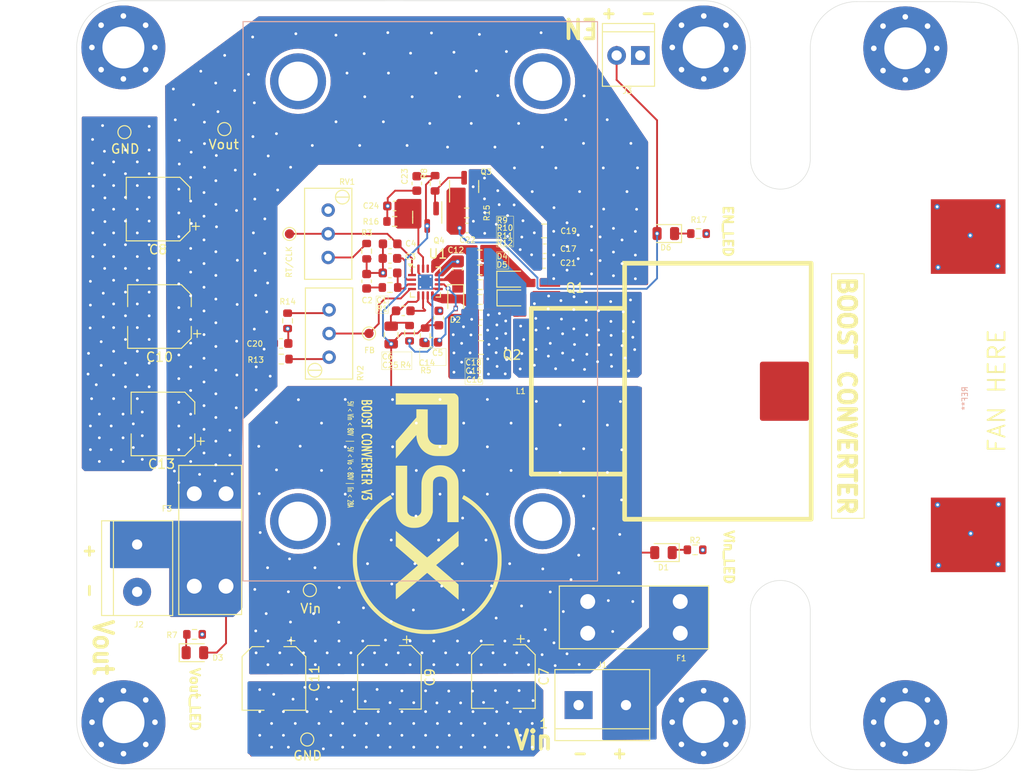
<source format=kicad_pcb>
(kicad_pcb (version 20240108) (generator "pcbnew") (generator_version "8.0")
  (layers (0 "F.Cu" signal) (1 "In1.Cu" signal) (2 "In2.Cu" signal) (31 "B.Cu" signal) (34 "B.Paste" user) (35 "F.Paste" user) (36 "B.SilkS" user "B.Silkscreen") (37 "F.SilkS" user "F.Silkscreen") (38 "B.Mask" user) (39 "F.Mask" user) (44 "Edge.Cuts" user))
  (net 0 "")
  (net 1 "/COMP")
  (net 2 "GND")
  (net 3 "Net-(C2-Pad1)")
  (net 4 "/SS")
  (net 5 "/RT{slash}CLK")
  (net 6 "Vin")
  (net 7 "ISNS-")
  (net 8 "ISNS+")
  (net 9 "Vout")
  (net 10 "/BOOT")
  (net 11 "/Vcc")
  (net 12 "EN_CTRL")
  (net 13 "Net-(D1-K)")
  (net 14 "Net-(D3-K)")
  (net 15 "/HDRV")
  (net 16 "Net-(D4-K)")
  (net 17 "/LDRV")
  (net 18 "Net-(D5-K)")
  (net 19 "Net-(D6-K)")
  (net 20 "ENABLE")
  (net 21 "Bat")
  (net 22 "Net-(Q3-D)")
  (net 23 "Net-(R3-Pad1)")
  (net 24 "/HDRV_CTRL")
  (net 25 "/LDRV_CTRL")
  (net 26 "Net-(R13-Pad2)")
  (net 27 "Net-(R14-Pad2)")
  (net 29 "FB")
  (net 31 "SW")
  (footprint "rsx_resistors:Potentiometer_Bourns_3296W_Vertical_DL" (layer "F.Cu") (at 63.715 94.34 -90)
    (property "Reference" "RV2")
    (property "Value" "100k")
  )
  (footprint "TestPoint:TestPoint_Pad_D1.0mm" (layer "F.Cu") (at 59.465 81.115 180)
    (property "Reference" "RT/CLK")
    (property "Value" "TestPoint")
  )
  (footprint "rsx_capacitors:C_0603_1608Metric" (layer "F.Cu") (at 77.49 84.865 90)
    (property "Reference" "C12")
    (property "Value" "0.1uf")
  )
  (footprint "rsx_headers_screw:Wurth_691210910002" (layer "F.Cu") (at 96.318 61.97 180)
    (property "Reference" "J3")
    (property "Value" "Screw_Terminal_01x02")
  )
  (footprint "rsx_capacitors:C_0603_1608Metric" (layer "F.Cu") (at 78.475 80.485 180)
    (property "Reference" "C22")
    (property "Value" "0.1uf")
  )
  (footprint "rsx_headers_screw:Molex_0398800302" (layer "F.Cu") (at 43.135 114.43 -90)
    (property "Reference" "J2")
    (property "Value" "Screw_Terminal_01x02")
  )
  (footprint "TestPoint:TestPoint_Pad_D1.0mm" (layer "F.Cu") (at 41.775 70.2 180)
    (property "Reference" "GND")
    (property "Value" "TestPoint")
  )
  (footprint "rsx_misc:MountingHole_4.5mm_Pad_Via" (layer "F.Cu") (at 41.672532 133.49533 90)
    (property "Reference" "H2" (hide yes))
    (property "Value" "M2  PLATED")
  )
  (footprint "Package_DFN_QFN:WQFN-16-1EP_3x3mm_P0.5mm_EP1.6x1.6mm_ThermalVias" (layer "F.Cu") (at 74.04 86.2775)
    (property "Reference" "U1")
    (property "Value" "TPS43060RTE")
  )
  (footprint "Capacitor_SMD:CP_Elec_6.3x7.7" (layer "F.Cu") (at 45.53 89.975 180)
    (property "Reference" "C10")
    (property "Value" "100uf")
  )
  (footprint "rsx_resistors:R_0603_1608Metric" (layer "F.Cu") (at 49.29 124.075)
    (property "Reference" "R7")
    (property "Value" "4K7")
  )
  (footprint "rsx_capacitors:C_0805_2012Metric" (layer "F.Cu") (at 80.005 93.305 180)
    (property "Reference" "C16")
    (property "Value" "1uf")
  )
  (footprint "rsx_inductors:PQ2617BHA-XXXK" (layer "F.Cu") (at 100.475 97.99)
    (property "Reference" "L1")
    (property "Value" "15uH" (hide yes))
  )
  (footprint "LOGO" (layer "F.Cu") (at 74.16 109.88 -90)
    (property "Reference" "G***" (hide yes))
    (property "Value" "LOGO" (hide yes))
  )
  (footprint "rsx_diodes:D_SOD-323" (layer "F.Cu") (at 83.195 85.965)
    (property "Reference" "D4")
    (property "Value" "D_Schottky")
  )
  (footprint "rsx_diodes:D_SOD-323" (layer "F.Cu") (at 83.215 87.985)
    (property "Reference" "D5")
    (property "Value" "D_Schottky")
  )
  (footprint "rsx_headers_screw:Molex_0398800302" (layer "F.Cu") (at 90.463134 131.658943)
    (property "Reference" "J1")
    (property "Value" "Screw_Terminal_01x02")
  )
  (footprint "rsx_capacitors:C_0603_1608Metric" (layer "F.Cu") (at 73.12 75.7 -90)
    (property "Reference" "C23")
    (property "Value" "0.1uf")
  )
  (footprint "rsx_resistors:Potentiometer_Bourns_3296W_Vertical_DL" (layer "F.Cu") (at 63.615 78.56 90)
    (property "Reference" "RV1")
    (property "Value" "100k")
  )
  (footprint "rsx_misc:MountingHole_4.5mm_Pad_Via" (layer "F.Cu") (at 125.477532 133.48736 180)
    (property "Reference" "H2" (hide yes))
    (property "Value" "M2  PLATED")
  )
  (footprint "rsx_capacitors:C_0603_1608Metric" (layer "F.Cu") (at 70.245 85.3 180)
    (property "Reference" "C1")
    (property "Value" "1.5nf")
  )
  (footprint "rsx_resistors:R_0603_1608Metric" (layer "F.Cu") (at 78.465 78.865)
    (property "Reference" "R15")
    (property "Value" "10k")
  )
  (footprint "rsx_resistors:R_0603_1608Metric" (layer "F.Cu") (at 70.74 79.775 180)
    (property "Reference" "R16")
    (property "Value" "10k")
  )
  (footprint "Resistor_SMD:R_0603_1608Metric" (layer "F.Cu") (at 67.74 82.965 -90)
    (property "Reference" "R3")
    (property "Value" "150k")
  )
  (footprint "rsx_misc:MountingHole_4.5mm_Pad_Via" (layer "F.Cu") (at 103.882532 61.10736 -90)
    (property "Reference" "H2" (hide yes))
    (property "Value" "M2  PLATED")
  )
  (footprint "Capacitor_SMD:CP_Elec_6.3x7.7" (layer "F.Cu") (at 45.38 78.45 180)
    (property "Reference" "C8")
    (property "Value" "100uf")
  )
  (footprint "rsx_capacitors:C_0603_1608Metric" (layer "F.Cu") (at 86.77 84.275 180)
    (property "Reference" "C21")
    (property "Value" "0.1uf")
  )
  (footprint "rsx_resistors:R_0603_1608Metric" (layer "F.Cu") (at 79.89 86.555)
    (property "Reference" "R11")
    (property "Value" "1")
  )
  (footprint "rsx_leds:LED_0805_2012Metric" (layer "F.Cu") (at 99.8125 81.075 180)
    (property "Reference" "D6")
    (property "Value" "LED_G")
  )
  (footprint "TestPoint:TestPoint_Pad_D1.0mm" (layer "F.Cu") (at 61.65 119.325 180)
    (property "Reference" "Vin")
    (property "Value" "TestPoint")
  )
  (footprint "TestPoint:TestPoint_Pad_D1.0mm" (layer "F.Cu") (at 67.99 91.79 180)
    (property "Reference" "FB")
    (property "Value" "TestPoint")
  )
  (footprint "rsx_leds:LED_0805_2012Metric" (layer "F.Cu") (at 99.5625 115.3 180)
    (property "Reference" "D1")
    (property "Value" "LED_G")
  )
  (footprint "rsx_capacitors:C_0603_1608Metric" (layer "F.Cu") (at 70.24 83.74 180)
    (property "Reference" "C3")
    (property "Value" "0.1uf")
  )
  (footprint "rsx_packages_TO_SOT:SOT-23" (layer "F.Cu") (at 78.19 76.0275 90)
    (property "Reference" "Q3")
    (property "Value" "2N7002K")
  )
  (footprint "TestPoint:TestPoint_Pad_D1.0mm" (layer "F.Cu") (at 52.49 69.87 180)
    (property "Reference" "Vout")
    (property "Value" "TestPoint")
  )
  (footprint "rsx_fuses:FUSE_3568-10" (layer "F.Cu") (at 50.965 113.945 90)
    (property "Reference" "F3")
    (property "Value" "Fuse_Holder_Auto")
  )
  (footprint "rsx_capacitors:C_0603_1608Metric" (layer "F.Cu") (at 58.565 92.865)
    (property "Reference" "C20")
    (property "Value" "0.1uf")
  )
  (footprint "rsx_capacitors:C_0603_1608Metric" (layer "F.Cu") (at 74.615 92.73 180)
    (property "Reference" "C14")
    (property "Value" "4.7uf")
  )
  (footprint "rsx_capacitors:C_0603_1608Metric" (layer "F.Cu") (at 86.83 82.705 180)
    (property "Reference" "C17")
    (property "Value" "0.1uf")
  )
  (footprint "rsx_capacitors:C_0603_1608Metric" (layer "F.Cu") (at 70.26 82.18 180)
    (property "Reference" "C4")
    (property "Value" "0.1uf")
  )
  (footprint "rsx_capacitors:C_0603_1608Metric" (layer "F.Cu") (at 70.73 78.115 180)
    (property "Reference" "C24")
    (property "Value" "0.1uf")
  )
  (footprint "rsx_capacitors:C_0603_1608Metric" (layer "F.Cu") (at 71.665 89.365 180)
    (property "Reference" "C6")
    (property "Value" "0.1 uf")
  )
  (footprint "Capacitor_SMD:CP_Elec_6.3x7.7" (layer "F.Cu") (at 45.905 101.5 180)
    (property "Reference" "C13")
    (property "Value" "100uf")
  )
  (footprint "rsx_diodes:D_SOD-323" (layer "F.Cu") (at 77.29 88.065 -90)
    (property "Reference" "D2")
    (property "Value" "D_Schottky")
  )
  (footprint "rsx_capacitors:C_0603_1608Metric" (layer "F.Cu") (at 75.48 90.14 90)
    (property "Reference" "C5")
    (property "Value" "0.1uf")
  )
  (footprint "Capacitor_SMD:CP_Elec_6.3x7.7" (layer "F.Cu") (at 82.4 128.6 -90)
    (property "Reference" "C7")
    (property "Value" "100uf")
  )
  (footprint "rsx_resistors:R_0603_1608Metric" (layer "F.Cu") (at 72.34 91.765 -90)
    (property "Reference" "R4")
    (property "Value" "750")
  )
  (footprint "footprints:GAN7R0-150LBEZ" (layer "F.Cu") (at 83.395 91.0967 180)
    (property "Reference" "Q2")
    (property "Value" "GAN7R0-150LBEZ" (hide yes))
  )
  (footprint "Capacitor_SMD:CP_Elec_6.3x7.7" (layer "F.Cu") (at 57.8 128.8 -90)
    (property "Reference" "C11")
    (property "Value" "100uf")
  )
  (footprint "rsx_fuses:FUSE_3568-10" (layer "F.Cu") (at 96.4 122.25 180)
    (property "Reference" "F1")
    (property "Value" "Fuse_Holder_Auto")
  )
  (footprint "TestPoint:TestPoint_Pad_D1.0mm" (layer "F.Cu") (at 61.375 135.35 180)
    (property "Reference" "GND")
    (property "Value" "TestPoint")
  )
  (footprint "rsx_misc:MountingHole_4.5mm_Pad_Via" (layer "F.Cu") (at 103.872532 133.48736 180)
    (property "Reference" "H2" (hide yes))
    (property "Value" "M2  PLATED")
  )
  (footprint "rsx_resistors:R_0603_1608Metric" (layer "F.Cu") (at 75.075 75.68 90)
    (property "Reference" "R8")
    (property "Value" "10k")
  )
  (footprint "rsx_resistors:R_0603_1608Metric" (layer "F.Cu") (at 79.88 84.975)
    (property "Reference" "R10")
    (property "Value" "1")
  )
  (footprint "rsx_capacitors:C_0603_1608Metric" (layer "F.Cu") (at 79.915 91.435 180)
    (property "Reference" "C15")
    (property "Value" "0.1uf")
  )
  (footprint "rsx_resistors:R_0603_1608Metric" (layer "F.Cu") (at 103.3175 81.0775)
    (property "Reference" "R17")
    (property "Value" "4K7")
  )
  (footprint "footprints:GAN7R0-150LBEZ" (layer "F.Cu") (at 87.0108 86.91 -90)
    (property "Reference" "Q1")
    (property "Value" "GAN7R0-150LBEZ" (hide yes))
  )
  (footprint "rsx_misc:MountingHole_4.5mm_Pad_Via" (layer "F.Cu") (at 125.486047 61.203845 -90)
    (property "Reference" "H2" (hide yes))
    (property "Value" "M2  PLATED")
  )
  (footprint "rsx_resistors:R_0603_1608Metric" (layer "F.Cu") (at 102.95 115)
    (property "Reference" "R2")
    (property "Value" "4K7")
  )
  (footprint "rsx_resistors:R_0603_1608Metric" (layer "F.Cu") (at 79.88 83.365)
    (property "Reference" "R9")
    (property "Value" "1")
  )
  (footprint "rsx_resistors:R_0603_1608Metric" (layer "F.Cu") (at 59.265 90.44 90)
    (property "Reference" "R14")
    (property "Value" "10k")
  )
  (footprint "Capacitor_SMD:CP_Elec_6.3x7.7" (layer "F.Cu") (at 70.18 128.68 -90)
    (property "Reference" "C9")
    (property "Value" "100uf")
  )
  (footprint "rsx_resistors:R_0603_1608Metric" (layer "F.Cu") (at 74.02 92.04 -90)
    (property "Reference" "R5")
    (property "Value" "750")
  )
  (footprint "rsx_resistors:R_0603_1608Metric" (layer "F.Cu") (at 58.59 94.54)
    (property "Reference" "R13")
    (property "Value" "150k")
  )
  (footprint "rsx_capacitors:C_0805_2012Metric" (layer "F.Cu") (at 86.75 80.795 180)
    (property "Reference" "C19")
    (property "Value" "1uf")
  )
  (footprint "rsx_misc:MountingHole_4.5mm_Pad_Via" (layer "F.Cu") (at 41.661047 61.108845)
    (property "Reference" "H2" (hide yes))
    (property "Value" "M2  PLATED")
  )
  (footprint "rsx_capacitors:C_0603_1608Metric" (layer "F.Cu") (at 67.74 86.19 90)
    (property "Reference" "C2")
    (property "Value" "33nf")
  )
  (footprint "rsx_leds:LED_0805_2012Metric" (layer "F.Cu") (at 49.33 126.04)
    (property "Reference" "D3")
    (property "Value" "LED_G")
  )
  (footprint "rsx_packages_TO_SOT:SOT-23" (layer "F.Cu") (at 74.235 79.3225 -90)
    (property "Reference" "Q4")
    (property "Value" "BSS83P")
  )
  (footprint "rsx_resistors:R_0603_1608Metric" (layer "F.Cu") (at 70.245 86.86 180)
    (property "Reference" "R1")
    (property "Value" "15k")
  )
  (footprint "rsx_resistors:R_0603_1608Metric" (layer "F.Cu") (at 79.895 88.145)
    (property "Reference" "R12")
    (property "Value" "1")
  )
  (footprint "rsx_capacitors:C_0603_1608Metric" (layer "F.Cu") (at 79.985 89.805 180)
    (property "Reference" "C18")
    (property "Value" "0.1uf")
  )
  (footprint "rsx_capacitors:C_0805_2012Metric" (layer "F.Cu") (at 70.37 91.96 -90)
    (property "Reference" "C25")
    (property "Value" "1uf")
  )
  (footprint "rsx_misc:40mmFan" (layer "B.Cu") (at 132.226047 97.398845 -90)
    (property "Reference" "F2" (hide yes))
    (property "Value" "40mm_by_20mm_Fan_Vertical" (hide yes))
  )
  (footprint "rsx_misc:ATS-1139-C1-R0" (layer "B.Cu") (at 73.49 88.34 90)
    (property "Reference" "HW1" (hide yes))
    (property "Value" "Board_Mount_Heat_Sink_Screw_2.5C/W" (hide yes))
  )
  (gr_rect (start 68.75 87.775) (end 70.05 89.635) (stroke (width 0.05)) (fill none) (layer "F.SilkS"))
  (gr_rect (start 78.29 94.4525) (end 80.18 97.2675) (stroke (width 0.05)) (fill none) (layer "F.SilkS"))
  (gr_rect (start 81.67 83.035) (end 82.96 84.885) (stroke (width 0.05)) (fill none) (layer "F.SilkS"))
  (gr_rect (start 73.425 93.4) (end 76.255 95.23) (stroke (width 0.05)) (fill none) (layer "F.SilkS"))
  (gr_rect (start 117.585 85.3735) (end 121.075 111.6265) (stroke (width 0.1)) (fill none) (layer "F.SilkS"))
  (gr_rect (start 69.365 93.77) (end 72.585 95.67) (stroke (width 0.05)) (fill none) (layer "F.SilkS"))
  (gr_rect (start 81.66 79.21) (end 83.49 82.505) (stroke (width 0.05)) (fill none) (layer "F.SilkS"))
  (gr_line (start 41.657532 56.09736) (end 103.894017 56.103845) (stroke (width 0.05)) (layer "Edge.Cuts"))
  (gr_line (start 115.296047 133.583844) (end 115.296047 121.583844) (stroke (width 0.05)) (layer "Edge.Cuts"))
  (gr_line (start 137.601047 61.253846) (end 137.601048 133.643844) (stroke (width 0.05)) (layer "Edge.Cuts"))
  (gr_arc (start 36.657532 61.09736) (mid 37.038134 59.183943) (end 38.121998 57.561826) (stroke (width 0.05)) (layer "Edge.Cuts"))
  (gr_arc (start 132.601047 56.253846) (mid 134.514464 56.634448) (end 136.136581 57.718312) (stroke (width 0.05)) (layer "Edge.Cuts"))
  (gr_line (start 108.894017 61.103845) (end 108.894017 73.103845) (stroke (width 0.05)) (layer "Edge.Cuts"))
  (gr_line (start 130.296047 138.583844) (end 132.601048 138.643844) (stroke (width 0.05)) (layer "Edge.Cuts"))
  (gr_arc (start 38.125513 137.034379) (mid 37.041649 135.412262) (end 36.661047 133.498845) (stroke (width 0.05)) (layer "Edge.Cuts"))
  (gr_arc (start 107.411581 137.034379) (mid 105.789464 138.118243) (end 103.876047 138.498845) (stroke (width 0.05)) (layer "Edge.Cuts"))
  (gr_arc (start 136.136581 57.718312) (mid 137.220444 59.340429) (end 137.601047 61.253846) (stroke (width 0.05)) (layer "Edge.Cuts"))
  (gr_line (start 115.296046 61.193846) (end 115.296046 73.193846) (stroke (width 0.05)) (layer "Edge.Cuts"))
  (gr_line (start 120.296546 56.193346) (end 130.296046 56.193846) (stroke (width 0.05)) (layer "Edge.Cuts"))
  (gr_arc (start 108.876047 133.498845) (mid 108.495445 135.412262) (end 107.411581 137.034379) (stroke (width 0.05)) (layer "Edge.Cuts"))
  (gr_arc (start 108.876047 121.498845) (mid 112.128825 118.288844) (end 115.295486 121.583829) (stroke (width 0.05)) (layer "Edge.Cuts"))
  (gr_arc (start 107.429551 57.568311) (mid 108.513415 59.190428) (end 108.894017 61.103845) (stroke (width 0.05)) (layer "Edge.Cuts"))
  (gr_arc (start 38.121998 57.561826) (mid 39.744115 56.477962) (end 41.657532 56.09736) (stroke (width 0.05)) (layer "Edge.Cuts"))
  (gr_arc (start 115.296046 61.193846) (mid 116.760659 57.657959) (end 120.296546 56.193346) (stroke (width 0.05)) (layer "Edge.Cuts"))
  (gr_arc (start 41.661047 138.498845) (mid 39.74763 138.118243) (end 38.125513 137.034379) (stroke (width 0.05)) (layer "Edge.Cuts"))
  (gr_arc (start 115.295414 73.193828) (mid 112.050352 76.30486) (end 108.894017 73.103845) (stroke (width 0.05)) (layer "Edge.Cuts"))
  (gr_line (start 130.296046 56.193846) (end 132.601047 56.253846) (stroke (width 0.05)) (layer "Edge.Cuts"))
  (gr_line (start 120.296047 138.583844) (end 130.296047 138.583844) (stroke (width 0.05)) (layer "Edge.Cuts"))
  (gr_line (start 36.661047 133.498845) (end 36.657532 61.09736) (stroke (width 0.05)) (layer "Edge.Cuts"))
  (gr_arc (start 120.296047 138.583844) (mid 116.760513 137.119378) (end 115.296047 133.583844) (stroke (width 0.05)) (layer "Edge.Cuts"))
  (gr_arc (start 103.894017 56.103845) (mid 105.807434 56.484447) (end 107.429551 57.568311) (stroke (width 0.05)) (layer "Edge.Cuts"))
  (gr_arc (start 137.601048 133.643844) (mid 137.220446 135.557261) (end 136.136582 137.179378) (stroke (width 0.05)) (layer "Edge.Cuts"))
  (gr_arc (start 136.136582 137.179378) (mid 134.514465 138.263242) (end 132.601048 138.643844) (stroke (width 0.05)) (layer "Edge.Cuts"))
  (gr_line (start 108.876047 133.498845) (end 108.876047 121.498845) (stroke (width 0.05)) (layer "Edge.Cuts"))
  (gr_line (start 41.661047 138.498845) (end 103.876047 138.498845) (stroke (width 0.05)) (layer "Edge.Cuts"))
  (gr_text "+   -" (at 92.77 58.12 0) (layer "F.SilkS") (effects (font (size 1.2 1.2) (thickness 0.3) (bold yes)) (justify left bottom)))
  (gr_text "+   -" (at 37.4 114.2 -90) (layer "F.SilkS") (effects (font (size 1.2 1.2) (thickness 0.3) (bold yes)) (justify left bottom)))
  (gr_text "Vout_LED\n\n" (at 47.1225 127.53375 270) (layer "F.SilkS") (effects (font (size 1 1) (thickness 0.25) (bold yes)) (justify left bottom)))
  (gr_text "Vin_LED\n\n" (at 104.375 112.775 -90) (layer "F.SilkS") (effects (font (size 1 1) (thickness 0.25) (bold yes)) (justify left bottom)))
  (gr_text "Vin\n" (at 83.32 136.6 0) (layer "F.SilkS") (effects (font (size 2 1.8) (thickness 0.4) (bold yes)) (justify left bottom)))
  (gr_text "BOOST CONVERTER\n" (at 118.155 98.475 -90) (layer "F.SilkS") (effects (font (size 1.8 1.8) (thickness 0.45) (bold yes)) (justify bottom)))
  (gr_text "5V < Vin < 80V  |  5V < Vo < 80V | Iin < 28A " (at 65.64 99.005 270) (layer "F.SilkS") (effects (font (size 0.6 0.3) (thickness 0.075) (bold yes)) (justify left bottom)))
  (gr_text "EN" (at 92.73 57.86 180) (layer "F.SilkS") (effects (font (size 2 1.8) (thickness 0.4) (bold yes)) (justify left bottom)))
  (gr_text "+   -" (at 95.8 136.275 180) (layer "F.SilkS") (effects (font (size 1.2 1.2) (thickness 0.3) (bold yes)) (justify left bottom)))
  (gr_text "BOOST CONVERTER V3\n\n\n" (at 63.91 98.765 270) (layer "F.SilkS") (effects (font (size 1 0.65)) (justify left bottom)))
  (gr_text "EN_LED\n\n" (at 104.275 77.95 270) (layer "F.SilkS") (effects (font (size 1 1) (thickness 0.25) (bold yes)) (justify left bottom)))
  (gr_text "FAN HERE\n" (at 136.35 97.94 90) (layer "F.SilkS") (effects (font (size 1.8 1.8) (thickness 0.2)) (justify bottom)))
  (gr_text "Vout\n\n" (at 35.08 122.3 270) (layer "F.SilkS") (effects (font (size 2 1.8) (thickness 0.4) (bold yes)) (justify left bottom)))
  (segment (start 71.02 85.3) (end 71.02 85.510685) (width 0.2) (layer "F.Cu") (net 1))
  (segment (start 71.07 85.35) (end 71.02 85.3) (width 0.2) (layer "F.Cu") (net 1))
  (segment (start 71.07 86.86) (end 71.19 86.98) (width 0.2) (layer "F.Cu") (net 1))
  (segment (start 71.698114 86.98) (end 72.150614 86.5275) (width 0.2) (layer "F.Cu") (net 1))
  (segment (start 71.19 86.98) (end 71.698114 86.98) (width 0.2) (layer "F.Cu") (net 1))
  (segment (start 71.07 86.86) (end 71.07 85.35) (width 0.2) (layer "F.Cu") (net 1))
  (segment (start 71.02 86.81) (end 71.07 86.86) (width 0.2) (layer "F.Cu") (net 1))
  (segment (start 72.150614 86.5275) (end 72.6025 86.5275) (width 0.2) (layer "F.Cu") (net 1))
  (segment (start 70 77.27) (end 70.795 76.475) (width 0.2) (layer "F.Cu") (net 2))
  (segment (start 68.17 83.78) (end 68.15 83.8) (width 0.2) (layer "F.Cu") (net 2))
  (segment (start 69.915 78.155) (end 69.955 78.115) (width 0.2) (layer "F.Cu") (net 2))
  (segment (start 69.47 83.745) (end 69.465 83.74) (width 0.2) (layer "F.Cu") (net 2))
  (segment (start 59.265 91.265) (end 59.275 91.275) (width 0.2) (layer "F.Cu") (net 2))
  (segment (start 69.955 78.115) (end 69.955 79.735) (width 0.2) (layer "F.Cu") (net 2))
  (segment (start 69.945 78.125) (end 69.955 78.115) (width 0.2) (layer "F.Cu") (net 2))
  (segment (start 75.4775 87.0275) (end 75.4275 86.9775) (width 0.2) (layer "F.Cu") (net 2))
  (segment (start 69.47 85.3) (end 69.5 85.3) (width 0.2) (layer "F.Cu") (net 2))
  (segment (start 73.12 76.475) (end 70.795 76.475) (width 0.2) (layer "F.Cu") (net 2))
  (segment (start 73.4 85.6375) (end 73.49 85.7275) (width 0.2) (layer "F.Cu") (net 2))
  (segment (start 73.29 84.84) (end 73.29 85.277499) (width 0.2) (layer "F.Cu") (net 2))
  (segment (start 59.34 92.865) (end 59.34 91.34) (width 0.2) (layer "F.Cu") (net 2))
  (segment (start 67.74 83.79) (end 67.74 85.415) (width 0.2) (layer "F.Cu") (net 2))
  (segment (start 69.955 79.735) (end 69.915 79.775) (width 0.2) (layer "F.Cu") (net 2))
  (segment (start 68.155 83.805) (end 68.15 83.8) (width 0.2) (layer "F.Cu") (net 2))
  (segment (start 73.29 85.277499) (end 73.4 85.387499) (width 0.2) (layer "F.Cu") (net 2))
  (segment (start 67.855 85.3) (end 67.74 85.415) (width 0.2) (layer "F.Cu") (net 2))
  (segment (start 74.74 86.9775) (end 74.59 86.8275) (width 0.2) (layer "F.Cu") (net 2))
  (segment (start 73.4 85.387499) (end 73.4 85.6375) (width 0.2) (layer "F.Cu") (net 2))
  (segment (start 75.4275 86.9775) (end 74.74 86.9775) (width 0.2) (layer "F.Cu") (net 2))
  (segment (start 69.5 85.3) (end 69.47 83.745) (width 0.2) (layer "F.Cu") (net 2))
  (segment (start 70 78.125) (end 70 77.27) (width 0.2) (layer "F.Cu") (net 2))
  (segment (start 59.265 92.79) (end 59.34 92.865) (width 0.2) (layer "F.Cu") (net 2))
  (segment (start 69.485 83.72) (end 69.465 83.74) (width 0.2) (layer "F.Cu") (net 2))
  (segment (start 59.34 91.34) (end 59.275 91.275) (width 0.2) (layer "F.Cu") (net 2))
  (segment (start 69.47 85.3) (end 67.855 85.3) (width 0.2) (layer "F.Cu") (net 2))
  (segment (start 70 78.125) (end 69.945 78.125) (width 0.2) (layer "F.Cu") (net 2))
  (segment (start 69.485 82.18) (end 69.485 83.72) (width 0.2) (layer "F.Cu") (net 2))
  (via (at 41.885 82.275) (size 0.6) (drill 0.3) (layers "F.Cu" "B.Cu") (net 2))
  (via (at 44.425 94.975) (size 0.6) (drill 0.3) (layers "F.Cu" "B.Cu") (net 2))
  (via (at 38.36 70.98) (size 0.6) (drill 0.3) (layers "F.Cu" "B.Cu") (net 2))
  (via (at 39.68 79.79) (size 0.6) (drill 0.3) (layers "F.Cu" "B.Cu") (net 2))
  (via (at 44.425 97.515) (size 0.6) (drill 0.3) (layers "F.Cu" "B.Cu") (net 2))
  (via (at 37.875 96.15) (size 0.6) (drill 0.3) (layers "F.Cu" "B.Cu") (net 2))
  (via (at 80.41 133.63) (size 0.6) (drill 0.3) (layers "F.Cu" "B.Cu") (net 2))
  (via (at 132.45 81.275) (size 0.6) (drill 0.3) (layers "F.Cu" "B.Cu") (net 2))
  (via (at 43.155 83.545) (size 0.6) (drill 0.3) (layers "F.Cu" "B.Cu") (net 2))
  (via (at 62.39 131.025) (size 0.6) (drill 0.3) (layers "F.Cu" "B.Cu") (net 2))
  (via (at 38.755 97.29) (size 0.6) (drill 0.3) (layers "F.Cu" "B.Cu") (net 2))
  (via (at 79.16 76.055) (size 0.6) (drill 0.3) (layers "F.Cu" "B.Cu") (net 2))
  (via (at 76.545 130.155) (size 0.6) (drill 0.3) (layers "F.Cu" "B.Cu") (net 2))
  (via (at 82.85 79.145) (size 0.6) (drill 0.3) (layers "F.Cu" "B.Cu") (net 2))
  (via (at 81.725 95.325) (size 0.5) (drill 0.3) (layers "F.Cu" "B.Cu") (net 2))
  (via (at 44.425 74.655) (size 0.6) (drill 0.3) (layers "F.Cu" "B.Cu") (net 2))
  (via (at 77.87 133.63) (size 0.6) (drill 0.3) (layers "F.Cu" "B.Cu") (net 2))
  (via (at 44.425 72.115) (size 0.6) (drill 0.3) (layers "F.Cu" "B.Cu") (net 2))
  (via (at 70.25 131.4) (size 0.6) (drill 0.3) (layers "F.Cu" "B.Cu") (net 2))
  (via (at 77.87 136.17) (size 0.6) (drill 0.3) (layers "F.Cu" "B.Cu") (net 2))
  (via (at 41.885 97.515) (size 0.6) (drill 0.3) (layers "F.Cu" "B.Cu") (net 2))
  (via (at 41.885 92.435) (size 0.6) (drill 0.3) (layers "F.Cu" "B.Cu") (net 2))
  (via (at 75.33 136.17) (size 0.6) (drill 0.3) (layers "F.Cu" "B.Cu") (net 2))
  (via (at 75.33 133.63) (size 0.6) (drill 0.3) (layers "F.Cu" "B.Cu") (net 2))
  (via (at 81.68 132.36) (size 0.6) (drill 0.3) (layers "F.Cu" "B.Cu") (net 2))
  (via (at 58.82 132.36) (size 0.6) (drill 0.3) (layers "F.Cu" "B.Cu") (net 2))
  (via (at 129.05 116.675) (size 0.6) (drill 0.3) (layers "F.Cu" "B.Cu") (net 2))
  (via (at 66.44 132.36) (size 0.6) (drill 0.3) (layers "F.Cu" "B.Cu") (net 2))
  (via (at 103.775 115.025) (size 0.5) (drill 0.3) (layers "F.Cu" "B.Cu") (net 2))
  (via (at 41.885 84.815) (size 0.6) (drill 0.3) (layers "F.Cu" "B.Cu") (net 2))
  (via (at 72.79 131.4) (size 0.6) (drill 0.3) (layers "F.Cu" "B.Cu") (net 2))
  (via (at 44.425 84.815) (size 0.6) (drill 0.3) (layers "F.Cu" "B.Cu") (net 2))
  (via (at 38.125 86.2) (size 0.6) (drill 0.3) (layers "F.Cu" "B.Cu") (net 2))
  (via (at 63.66 129.755) (size 0.6) (drill 0.3) (layers "F.Cu" "B.Cu") (net 2))
  (via (at 44.425 77.195) (size 0.6) (drill 0.3) (layers "F.Cu" "B.Cu") (net 2))
  (via (at 74.06 130.13) (size 0.6) (drill 0.3) (layers "F.Cu" "B.Cu") (net 2))
  (via (at 43.685 100.22) (size 0.6) (drill 0.3) (layers "F.Cu" "B.Cu") (net 2))
  (via (at 40.615 88.625) (size 0.6) (drill 0.3) (layers "F.Cu" "B.Cu") (net 2))
  (via (at 39.505 90.015) (size 0.6) (drill 0.3) (layers "F.Cu" "B.Cu") (net 2))
  (via (at 43.155 81.005) (size 0.6) (drill 0.3) (layers "F.Cu" "B.Cu") (net 2))
  (via (at 39.655 82.275) (size 0.6) (drill 0.3) (layers "F.Cu" "B.Cu") (net 2))
  (via (at 40.615 83.545) (size 0.6) (drill 0.3) (layers "F.Cu" "B.Cu") (net 2))
  (via (at 43.155 91.165) (size 0.6) (drill 0.3) (layers "F.Cu" "B.Cu") (net 2))
  (via (at 85.715 80.995) (size 0.6) (drill 0.3) (layers "F.Cu" "B.Cu") (net 2))
  (via (at 44.425 69.575) (size 0.6) (drill 0.3) (layers "F.Cu" "B.Cu") (net 2))
  (via (at 40.615 86.085) (size 0.6) (drill 0.3) (layers "F.Cu" "B.Cu") (net 2))
  (via (at 43.155 98.785) (size 0.6) (drill 0.3) (layers "F.Cu" "B.Cu") (net 2))
  (via (at 85.575 131.175) (size 0.6) (drill 0.3) (layers "F.Cu" "B.Cu") (net 2))
  (via (at 57.55 133.63) (size 0.6) (drill 0.3) (layers "F.Cu" "B.Cu") (net 2))
  (via (at 43.155 73.385) (size 0.6) (drill 0.3) (layers "F.Cu" "B.Cu") (net 2))
  (via (at 63.1 136.35) (size 0.6) (drill 0.3) (layers "F.Cu" "B.Cu") (net 2))
  (via (at 80.725 94.525) (size 0.5) (drill 0.3) (layers "F.Cu" "B.Cu") (net 2))
  (via (at 38.125 88.75) (size 0.6) (drill 0.3) (layers "F.Cu" "B.Cu") (net 2))
  (via (at 80.8 96.15) (size 0.5) (drill 0.3) (layers "F.Cu" "B.Cu") (net 2))
  (via (at 59.85 131.025) (size 0.6) (drill 0.3) (layers "F.Cu" "B.Cu") (net 2))
  (via (at 79.085 130.155) (size 0.6) (drill 0.3) (layers "F.Cu" "B.Cu") (net 2))
  (via (at 72.79 133.63) (size 0.6) (drill 0.3) (layers "F.Cu" "B.Cu") (net 2))
  (via (at 104.175 81.1) (size 0.5) (drill 0.3) (layers "F.Cu" "B.Cu") (net 2))
  (via (at 82.65 90.45) (size 0.5) (drill 0.3) (layers "F.Cu" "B.Cu") (net 2))
  (via (at 39.63 74.79) (size 0.6) (drill 0.3) (layers "F.Cu" "B.Cu") (net 2))
  (via (at 82.95 136.17) (size 0.6) (drill 0.3) (layers "F.Cu" "B.Cu") (net 2))
  (via (at 43.155 78.465) (size 0.6) (drill 0.3) (layers "F.Cu" "B.Cu") (net 2))
  (via (at 44.425 92.435) (size 0.6) (drill 0.3) (layers "F.Cu" "B.Cu") (net 2))
  (via (at 84.375 81.45) (size 0.6) (drill 0.3) (layers "F.Cu" "B.Cu") (net 2))
  (via (at 38.255 98.79) (size 0.6) (drill 0.3) (layers "F.Cu" "B.Cu") (net 2))
  (via (at 41.885 89.895) (size 0.6) (drill 0.3) (layers "F.Cu" "B.Cu") (net 2))
  (via (at 40.355 101.715) (size 0.6) (drill 0.3) (layers "F.Cu" "B.Cu") (net 2))
  (via (at 128.9 78.2) (size 0.6) (drill 0.3) (layers "F.Cu" "B.Cu") (net 2))
  (via (at 38.36 73.52) (size 0.6) (drill 0.3) (layers "F.Cu" "B.Cu") (net 2))
  (via (at 82.95 133.63) (size 0.6) (drill 0.3) (layers "F.Cu" "B.Cu") (net 2))
  (via (at 50.115 124.075) (size 0.5) (drill 0.3) (layers "F.Cu" "B.Cu") (net 2))
  (via (at 57.775 130.5) (size 0.6) (drill 0.3) (layers "F.Cu" "B.Cu") (net 2))
  (via (at 44.425 82.275) (size 0.6) (drill 0.3) (layers "F.Cu" "B.Cu") (net 2))
  (via (at 43.155 93.705) (size 0.6) (drill 0.3) (layers "F.Cu" "B.Cu") (net 2))
  (via (at 59.35 136.175) (size 0.6) (drill 0.3) (layers "F.Cu" "B.Cu") (net 2))
  (via (at 129 84.7) (size 0.6) (drill 0.3) (layers "F.Cu" "B.Cu") (net 2))
  (via (at 81.95 77.975) (size 0.6) (drill 0.3) (layers "F.Cu" "B.Cu") (net 2))
  (via (at 135.425 78.15) (size 0.6) (drill 0.3) (layers "F.Cu" "B.Cu") (net 2))
  (via (at 81.975 89.65) (size 0.5) (drill 0.3) (layers "F.Cu" "B.Cu") (net 2))
  (via (at 39.28 92.675) (size 0.6) (drill 0.3) (layers "F.Cu" "B.Cu") (net 2))
  (via (at 56.275 130) (size 0.6) (drill 0.3) (layers "F.Cu" "B.Cu") (net 2))
  (via (at 81.7 90.875) (size 0.5) (drill 0.3) (layers "F.Cu" "B.Cu") (net 2))
  (via (at 41.625 100.445) (size 0.6) (drill 0.3) (layers "F.Cu" "B.Cu") (net 2))
  (via (at 66.32 129.98) (size 0.6) (drill 0.3) (layers "F.Cu" "B.Cu") (net 2))
  (via (at 82.815 131.375) (size 0.6) (drill 0.3) (layers "F.Cu" "B.Cu") (net 2))
  (via (at 81.705 92.325) (size 0.5) (drill 0.3) (layers "F.Cu" "B.Cu") (net 2))
  (via (at 41.885 72.115) (size 0.6) (drill 0.3) (layers "F.Cu" "B.Cu") (net 2))
  (via (at 82.75 94.6) (size 0.5) (drill 0.3) (layers "F.Cu" "B.Cu") (net 2))
  (via (at 56.28 134.9) (size 0.6) (drill 0.3) (layers "F.Cu" "B.Cu") (net 2))
  (via (at 84.22 132.36) (size 0.6) (drill 0.3) (layers "F.Cu" "B.Cu") (net 2))
  (via (at 65.05 131.25) (size 0.6) (drill 0.3) (layers "F.Cu" "B.Cu") (net 2))
  (via (at 39.505 87.475) (size 0.6) (drill 0.3) (layers "F.Cu" "B.Cu") (net 2))
  (via (at 38.41 78.52) (size 0.6) (drill 0.3) (layers "F.Cu" "B.Cu") (net 2))
  (via (at 82.65 93.375) (size 0.5) (drill 0.3) (layers "F.Cu" "B.Cu") (net 2))
  (via (at 40.615 81.005) (size 0.6) (drill 0.3) (layers "F.Cu" "B.Cu") (net 2))
  (via (at 40.355 104.255) (size 0.6) (drill 0.3) (layers "F.Cu" "B.Cu") (net 2))
  (via (at 76.6 132.36) (size 0.6) (drill 0.3) (layers "F.Cu" "B.Cu") (net 2))
  (via (at 79.185 79.755) (size 0.6) (drill 0.3) (layers "F.Cu" "B.Cu") (net 2))
  (via (at 67.71 133.63) (size 0.6) (drill 0.3) (layers "F.Cu" "B.Cu") (net 2))
  (via (at 71.52 134.9) (size 0.6) (drill 0.3) (layers "F.Cu" "B.Cu") (net 2))
  (via (at 41.885 87.355) (size 0.6) (drill 0.3) (layers "F.Cu" "B.Cu") (net 2))
  (via (at 67.71 136.17) (size 0.6) (drill 0.3) (layers "F.Cu" "B.Cu") (net 2))
  (via (at 82.85 81.375) (size 0.6) (drill 0.3) (layers "F.Cu" "B.Cu") (net 2))
  (via (at 39.68 77.25) (size 0.6) (drill 0.3) (layers "F.Cu" "B.Cu") (net 2))
  (via (at 63.9 132.36) (size 0.6) (drill 0.3) (layers "F.Cu" "B.Cu") (net 2))
  (via (at 38.125 101.715) (size 0.6) (drill 0.3) (layers "F.Cu" "B.Cu") (net 2))
  (via (at 84.5 79.7) (size 0.6) (drill 0.3) (layers "F.Cu" "B.Cu") (net 2))
  (via (at 40.615 91.165) (size 0.6) (drill 0.3) (layers "F.Cu" "B.Cu") (net 2))
  (via (at 80.85 92.975) (size 0.5) (drill 0.3) (layers "F.Cu" "B.Cu") (net 2))
  (via (at 39.28 95.215) (size 0.6) (drill 0.3) (layers "F.Cu" "B.Cu") (net 2))
  (via (at 81.635 80.08) (size 0.6) (drill 0.3) (layers "F.Cu" "B.Cu") (net 2))
  (via (at 43.155 75.925) (size 0.6) (drill 0.3) (layers "F.Cu" "B.Cu") (net 2))
  (via (at 81.8 76.475) (size 0.6) (drill 0.3) (layers "F.Cu" "B.Cu") (net 2))
  (via (at 80.4 81.05) (size 0.6) (drill 0.3) (layers "F.Cu" "B.Cu") (net 2))
  (via (at 44.425 89.895) (size 0.6) (drill 0.3) (layers "F.Cu" "B.Cu") (net 2))
  (via (at 39.085 100.445) (size 0.6) (drill 0.3) (layers "F.Cu" "B.Cu") (net 2))
  (via (at 74.06 92.5) (size 0.5) (drill 0.3) (layers "F.Cu" "B.Cu") (net 2))
  (via (at 43.685 102.76) (size 0.6) (drill 0.3) (layers "F.Cu" "B.Cu") (net 2))
  (via (at 74.06 132.36) (size 0.6) (drill 0.3) (layers "F.Cu" "B.Cu") (net 2))
  (via (at 77.815 131.425) (size 0.6) (drill 0.3) (layers "F.Cu" "B.Cu") (net 2))
  (via (at 37.925 93.925) (size 0.6) (drill 0.3) (layers "F.Cu" "B.Cu") (net 2))
  (via (at 59.275 91.275) (size 0.5) (drill 0.3) (layers "F.Cu" "B.Cu") (net 2))
  (via (at 39.655 84.815) (size 0.6) (drill 0.3) (layers "F.Cu" "B.Cu") (net 2))
  (via (at 85.425 83.35) (size 0.6) (drill 0.3) (layers "F.Cu" "B.Cu") (net 2))
  (via (at 38.385 81.005) (size 0.6) (drill 0.3) (layers "F.Cu" "B.Cu") (net 2))
  (via (at 61.36 132.36) (size 0.6) (drill 0.3) (layers "F.Cu" "B.Cu") (net 2))
  (via (at 43.685 105.3) (size 0.6) (drill 0.3) (layers "F.Cu" "B.Cu") (net 2))
  (via (at 80.785 89.805) (size 0.5) (drill 0.3) (layers "F.Cu" "B.Cu") (net 2))
  (via (at 71.52 130.13) (size 0.6) (drill 0.3) (layers "F.Cu" "B.Cu") (net 2))
  (via (at 40.615 75.925) (size 0.6) (drill 0.3) (layers "F.Cu" "B.Cu") (net 2))
  (via (at 81.625 93.85) (size 0.5) (drill 0.3) (layers "F.Cu" "B.Cu") (net 2))
  (via (at 39.085 102.985) (size 0.6) (drill 0.3) (layers "F.Cu" "B.Cu") (net 2))
  (via (at 41.625 105.525) (size 0.6) (drill 0.3) (layers "F.Cu" "B.Cu") (net 2))
  (via (at 68.98 134.9) (size 0.6) (drill 0.3) (layers "F.Cu" "B.Cu") (net 2))
  (via (at 132.5 113.25) (size 0.6) (drill 0.3) (layers "F.Cu" "B.Cu") (net 2))
  (via (at 60.09 133.63) (size 0.6) (drill 0.3) (layers "F.Cu" "B.Cu") (net 2))
  (via (at 83.55 78) (size 0.6) (drill 0.3) (layers "F.Cu" "B.Cu") (net 2))
  (via (at 39.43 69.49) (size 0.6) (drill 0.3) (layers "F.Cu" "B.Cu") (net 2))
  (via (at 80.375 75.12) (size 0.6) (drill 0.3) (layers "F.Cu" "B.Cu") (net 2))
  (via (at 84.085 130.105) (size 0.6) (drill 0.3) (layers "F.Cu" "B.Cu") (net 2))
  (via (at 80.4 78.82) (size 0.6) (drill 0.3) (layers "F.Cu" "B.Cu") (net 2))
  (via (at 39.085 105.525) (size 0.6) (drill 0.3) (layers "F.Cu" "B.Cu") (net 2))
  (via (at 41.625 102.985) (size 0.6) (drill 0.3) (layers "F.Cu" "B.Cu") (net 2))
  (via (at 70.25 133.63) (size 0.6) (drill 0.3) (layers "F.Cu" "B.Cu") (net 2))
  (via (at 38.125 104.255) (size 0.6) (drill 0.3) (layers "F.Cu" "B.Cu") (net 2))
  (via (at 74.06 134.9) (size 0.6) (drill 0.3) (layers "F.Cu" "B.Cu") (net 2))
  (via (at 80.41 136.17) (size 0.6) (drill 0.3) (layers "F.Cu" "B.Cu") (net 2))
  (via (at 80.375 77.35) (size 0.6) (drill 0.3) (layers "F.Cu" "B.Cu") (net 2))
  (via (at 43.155 88.625) (size 0.6) (drill 0.3) (layers "F.Cu" "B.Cu") (net 2))
  (via (at 44.425 79.735) (size 0.6) (drill 0.3) (layers "F.Cu" "B.Cu") (net 2))
  (via (at 43.155 96.245) (size 0.6) (drill 0.3) (layers "F.Cu" "B.Cu") (net 2))
  (via (at 82.6 96.125) (size 0.5) (drill 0.3) (layers "F.Cu" "B.Cu") (net 2))
  (via (at 79.14 134.9) (size 0.6) (drill 0.3) (layers "F.Cu" "B.Cu") (net 2))
  (via (at 68.86 129.98) (size 0.6) (drill 0.3) (layers "F.Cu" "B.Cu") (net 2))
  (via (at 38.41 75.98) (size 0.6) (drill 0.3) (layers "F.Cu" "B.Cu") (net 2))
  (via (at 39.63 72.25) (size 0.6) (drill 0.3) (layers "F.Cu" "B.Cu") (net 2))
  (via (at 56.28 132.36) (size 0.6) (drill 0.3) (layers "F.Cu" "B.Cu") (net 2))
  (via (at 44.425 87.355) (size 0.6) (drill 0.3) (layers "F.Cu" "B.Cu") (net 2))
  (via (at 135.4 84.575) (size 0.6) (drill 0.3) (layers "F.Cu" "B.Cu") (net 2))
  (via (at 70 78.125) (size 0.5) (drill 0.3) (layers "F.Cu" "B.Cu") (net 2))
  (via (at 62.63 133.63) (size 0.6) (drill 0.3) (layers "F.Cu" "B.Cu") (net 2))
  (via (at 135.475 110.125) (size 0.6) (drill 0.3) (layers "F.Cu" "B.Cu") (net 2))
  (via (at 41.885 74.655) (size 0.6) (drill 0.3) (layers "F.Cu" "B.Cu") (net 2))
  (via (at 67.59 131.25) (size 0.6) (drill 0.3) (layers "F.Cu" "B.Cu") (net 2))
  (via (at 43.155 86.085) (size 0.6) (drill 0.3) (layers "F.Cu" "B.Cu") (net 2))
  (via (at 61.12 129.755) (size 0.6) (drill 0.3) (layers "F.Cu" "B.Cu") (net 2))
  (via (at 66.44 134.9) (size 0.6) (drill 0.3) (layers "F.Cu" "B.Cu") (net 2))
  (via (at 81.545 130.105) (size 0.6) (drill 0.3) (layers "F.Cu" "B.Cu") (net 2))
  (via (at 40.615 98.785) (size 0.6) (drill 0.3) (layers "F.Cu" "B.Cu") (net 2))
  (via (at 69.5 85.3) (size 0.5) (drill 0.3) (layers "F.Cu" "B.Cu") (net 2))
  (via (at 70.25 136.17) (size 0.6) (drill 0.3) (layers "F.Cu" "B.Cu") (net 2))
  (via (at 38.1 91.2) (size 0.6) (drill 0.3) (layers "F.Cu" "B.Cu") (net 2))
  (via (at 57.55 136.17) (size 0.6) (drill 0.3) (layers "F.Cu" "B.Cu") (net 2))
  (via (at 65.17 136.17) (size 0.6) (drill 0.3) (layers "F.Cu" "B.Cu") (net 2))
  (via (at 84.22 134.9) (size 0.6) (drill 0.3) (layers "F.Cu" "B.Cu") (net 2))
  (via (at 41.885 94.975) (size 0.6) (drill 0.3) (layers "F.Cu" "B.Cu") (net 2))
  (via (at 41.885 77.195) (size 0.6) (drill 0.3) (layers "F.Cu" "B.Cu") (net 2))
  (via (at 65.17 133.63) (size 0.6) (drill 0.3) (layers "F.Cu" "B.Cu") (net 2))
  (via (at 84.2 82.8) (size 0.6) (drill 0.3) (layers "F.Cu" "B.Cu") (net 2))
  (via (at 76.6 134.9) (size 0.6) (drill 0.3) (layers "F.Cu" "B.Cu") (net 2))
  (via (at 40.615 78.465) (size 0.6) (drill 0.3) (layers "F.Cu" "B.Cu") (net 2))
  (via (at 75.275 131.425) (size 0.6) (drill 0.3) (layers "F.Cu" "B.Cu") (net 2))
  (via (at 40.615 93.705) (size 0.6) (drill 0.3) (layers "F.Cu" "B.Cu") (net 2))
  (via (at 82.65 91.8) (size 0.5) (drill 0.3) (layers "F.Cu" "B.Cu") (net 2))
  (via (at 72.79 136.17) (size 0.6) (drill 0.3) (layers "F.Cu" "B.Cu") (net 2))
  (via (at 40.615 73.385) (size 0.6) (drill 0.3) (layers "F.Cu" "B.Cu") (net 2))
  (via (at 85.49 136.17) (size 0.6) (drill 0.3) (layers "F.Cu" "B.Cu") (net 2))
  (via (at 38.385 83.545) (size 0.6) (drill 0.3) (layers "F.Cu" "B.Cu") (net 2))
  (via (at 80.275 131.375) (size 0.6) (drill 0.3) (layers "F.Cu" "B.Cu") (net 2))
  (via (at 71.52 132.36) (size 0.6) (drill 0.3) (layers "F.Cu" "B.Cu") (net 2))
  (via (at 63.9 134.9) (size 0.6) (drill 0.3) (layers "F.Cu" "B.Cu") (net 2))
  (via (at 42.725 101.49) (size 0.6) (drill 0.3) (layers "F.Cu" "B.Cu") (net 2))
  (via (at 40.615 96.245) (size 0.6) (drill 0.3) (layers "F.Cu" "B.Cu") (net 2))
  (via (at 85.49 133.63) (size 0.6) (drill 0.3) (layers "F.Cu" "B.Cu") (net 2))
  (via (at 58.82 134.9) (size 0.6) (drill 0.3) (layers "F.Cu" "B.Cu") (net 2))
  (via (at 41.885 79.735) (size 0.6) (drill 0.3) (layers "F.Cu" "B.Cu") (net 2))
  (via (at 80.715 91.435) (size 0.5) (drill 0.3) (layers "F.Cu" "B.Cu") (net 2))
  (via (at 128.95 110.175) (size 0.6) (drill 0.3) (layers "F.Cu" "B.Cu") (net 2))
  (via (at 79.14 132.36) (size 0.6) (drill 0.3) (layers "F.Cu" "B.Cu") (net 2))
  (via (at 75.61 89.35) (size 0.5) (drill 0.3) (layers "F.Cu" "B.Cu") (net 2))
  (via (at 135.45 116.55) (size 0.6) (drill 0.3) (layers "F.Cu" "B.Cu") (net 2))
  (via (at 42.725 104.03) (size 0.6) (drill 0.3) (layers "F.Cu" "B.Cu") (net 2))
  (via (at 68.98 132.36) (size 0.6) (drill 0.3) (layers "F.Cu" "B.Cu") (net 2))
  (via (at 81.68 134.9) (size 0.6) (drill 0.3) (layers "F.Cu" "B.Cu") (net 2))
  (segment (start 67.845 86.86) (end 67.74 86.965) (width 0.2) (layer "F.Cu") (net 3))
  (segment (start 69.42 86.86) (end 67.845 86.86) (width 0.2) (layer "F.Cu") (net 3))
  (segment (start 71.865 85.79) (end 72.1025 86.0275) (width 0.2) (layer "F.Cu") (net 4))
  (segment (start 71.865 84.015) (end 71.865 85.79) (width 0.2) (layer "F.Cu") (net 4))
  (segment (start 71.015 83.74) (end 71.015 83.959386) (width 0.2) (layer "F.Cu") (net 4))
  (segment (start 72.1025 86.0275) (end 72.6025 86.0275) (width 0.2) (layer "F.Cu") (net 4))
  (segment (start 71.015 83.74) (end 71.59 83.74) (width 0.2) (layer "F.Cu") (net 4))
  (segment (start 71.59 83.74) (end 71.865 84.015) (width 0.2) (layer "F.Cu") (net 4))
  (segment (start 63.615 81.1) (end 59.525 81.1) (width 0.2) (layer "F.Cu") (net 5))
  (segment (start 63.615 81.1) (end 69.955 81.1) (width 0.2) (layer "F.Cu") (net 5))
  (segment (start 71.035 82.16) (end 71.035 82.18) (width 0.2) (layer "F.Cu") (net 5))
  (segment (start 72.6025 83.7475) (end 72.6025 85.5275) (width 0.2) (layer "F.Cu") (net 5))
  (segment (start 59.525 81.1) (end 59.465 81.04) (width 0.2) (layer "F.Cu") (net 5))
  (segment (start 69.955 81.1) (end 71.035 82.18) (width 0.2) (layer "F.Cu") (net 5))
  (segment (start 71.035 82.18) (end 72.6025 83.7475) (width 0.2) (layer "F.Cu") (net 5))
  (segment (start 74.8 88.897352) (end 74.8 90.175) (width 0.2) (layer "F.Cu") (net 6))
  (segment (start 73.195 91.78) (end 71.5 91.78) (width 0.2) (layer "F.Cu") (net 6))
  (segment (start 75.59 90.905) (end 74.07 90.905) (width 0.2) (layer "F.Cu") (net 6))
  (segment (start 74.02 90.955) (end 73.195 91.78) (width 0.2) (layer "F.Cu") (net 6))
  (segment (start 74.125 80.15) (end 74.235 80.26) (width 0.2) (layer "F.Cu") (net 6))
  (segment (start 73.12 74.925) (end 75.005 74.925) (width 0.2) (layer "F.Cu") (net 6))
  (segment (start 91.44 118.51) (end 94.65 115.3) (width 0.2) (layer "F.Cu") (net 6))
  (segment (start 74.29 88.387352) (end 74.8 88.897352) (width 0.2) (layer "F.Cu") (net 6))
  (segment (start 70.37 92.91) (end 70.37 98.735657) (width 0.2) (layer "F.Cu") (net 6))
  (segment (start 71.5 91.78) (end 70.37 92.91) (width 0.2) (layer "F.Cu") (net 6))
  (segment (start 75.005 74.925) (end 75.075 74.855) (width 0.2) (layer "F.Cu") (net 6))
  (segment (start 91.44 120.55) (end 91.44 118.51) (width 0.2) (layer "F.Cu") (net 6))
  (segment (start 74.07 90.905) (end 74.02 90.955) (width 0.2) (layer "F.Cu") (net 6))
  (segment (start 94.65 115.3) (end 98.625 115.3) (width 0.2) (layer "F.Cu") (net 6))
  (segment (start 74.1 80.125) (end 74.235 80.26) (width 0.2) (layer "F.Cu") (net 6))
  (segment (start 74.8 90.175) (end 74.02 90.955) (width 0.2) (layer "F.Cu") (net 6))
  (segment (start 75.075 74.855) (end 74.1 75.83) (width 0.2) (layer "F.Cu") (net 6))
  (segment (start 74.29 87.715) (end 74.29 88.387352) (width 0.2) (layer "F.Cu") (net 6))
  (segment (start 74.1 75.83) (end 74.1 80.125) (width 0.2) (layer "F.Cu") (net 6))
  (segment (start 70.37 98.735657) (end 70.514671 98.880328) (width 0.2) (layer "F.Cu") (net 6))
  (via (at 94.95 99.1) (size 0.6) (drill 0.3) (layers "F.Cu" "B.Cu") (net 6))
  (via (at 81.29 126.055) (size 0.6) (drill 0.3) (layers "F.Cu" "B.Cu") (net 6))
  (via (at 95.075 109.65) (size 0.6) (drill 0.3) (layers "F.Cu" "B.Cu") (net 6))
  (via (at 70.525 103.95) (size 0.6) (drill 0.3) (layers "F.Cu" "B.Cu") (net 6))
  (via (at 62.05 121.845) (size 0.6) (drill 0.3) (layers "F.Cu" "B.Cu") (net 6))
  (via (at 67.985 106.49) (size 0.6) (drill 0.3) (layers "F.Cu" "B.Cu") (net 6))
  (via (at 83.225 106.49) (size 0.6) (drill 0.3) (layers "F.Cu" "B.Cu") (net 6))
  (via (at 95.1 104.275) (size 0.6) (drill 0.3) (layers "F.Cu" "B.Cu") (net 6))
  (via (at 81.625 122.325) (size 0.6) (drill 0.3) (layers "F.Cu" "B.Cu") (net 6))
  (via (at 88.47 106.7) (size 0.6) (drill 0.3) (layers "F.Cu" "B.Cu") (net 6))
  (via (at 65.445 98.87) (size 0.6) (drill 0.3) (layers "F.Cu" "B.Cu") (net 6))
  (via (at 84.35 121.025) (size 0.6) (drill 0.3) (layers "F.Cu" "B.Cu") (net 6))
  (via (at 62.2 116.925) (size 0.6) (drill 0.3) (layers "F.Cu" "B.Cu") (net 6))
  (via (at 73.67 126.055) (size 0.6) (drill 0.3) (layers "F.Cu" "B.Cu") (net 6))
  (via (at 62.905 106.49) (size 0.6) (drill 0.3) (layers "F.Cu" "B.Cu") (net 6))
  (via (at 75.605 109.03) (size 0.6) (drill 0.3) (layers "F.Cu" "B.Cu") (net 6))
  (via (at 64.8 119.05) (size 0.6) (drill 0.3) (layers "F.Cu" "B.Cu") (net 6))
  (via (at 80.685 109.03) (size 0.6) (drill 0.3) (layers "F.Cu" "B.Cu") (net 6))
  (via (at 94.12 123.765) (size 0.6) (drill 0.3) (layers "F.Cu" "B.Cu") (net 6))
  (via (at 60.425 98.9) (size 0.6) (drill 0.3) (layers "F.Cu" "B.Cu") (net 6))
  (via (at 74.235 80.26) (size 0.6) (drill 0.3) (layers "F.Cu" "B.Cu") (net 6))
  (via (at 76.21 126.055) (size 0.6) (drill 0.3) (layers "F.Cu" "B.Cu") (net 6))
  (via (at 91.01 99.08) (size 0.6) (drill 0.3) (layers "F.Cu" "B.Cu") (net 6))
  (via (at 57.16 124.785) (size 0.6) (drill 0.3) (layers "F.Cu" "B.Cu") (net 6))
  (via (at 70.37 92.91) (size 0.5) (drill 0.3) (layers "F.Cu" "B.Cu") (net 6))
  (via (at 75.605 98.87) (size 0.6) (drill 0.3) (layers "F.Cu" "B.Cu") (net 6))
  (via (at 64.74 114.385) (size 0.6) (drill 0.3) (layers "F.Cu" "B.Cu") (net 6))
  (via (at 88.47 101.62) (size 0.6) (drill 0.3) (layers "F.Cu" "B.Cu") (net 6))
  (via (at 81.135 118.87) (size 0.6) (drill 0.3) (layers "F.Cu" "B.Cu") (net 6))
  (via (at 78.145 106.49) (size 0.6) (drill 0.3) (layers "F.Cu" "B.Cu") (net 6))
  (via (at 59.475 115.975) (size 0.6) (drill 0.3) (layers "F.Cu" "B.Cu") (net 6))
  (via (at 91.01 109.24) (size 0.6) (drill 0.3) (layers "F.Cu" "B.Cu") (net 6))
  (via (at 72.4 124.785) (size 0.6) (drill 0.3) (layers "F.Cu" "B.Cu") (net 6))
  (via (at 85.93 104.16) (size 0.6) (drill 0.3) (layers "F.Cu" "B.Cu") (net 6))
  (via (at 74.94 127.325) (size 0.6) (drill 0.3) (layers "F.Cu" "B.Cu") (net 6))
  (via (at 87.82 124.98) (size 0.6) (drill 0.3) (layers "F.Cu" "B.Cu") (net 6))
  (via (at 80.02 127.325) (size 0.6) (drill 0.3) (layers "F.Cu" "B.Cu") (net 6))
  (via (at 77.48 127.325) (size 0.6) (drill 0.3) (layers "F.Cu" "B.Cu") (net 6))
  (via (at 82.56 127.325) (size 0.6) (drill 0.3) (layers "F.Cu" "B.Cu") (net 6))
  (via (at 73.065 106.49) (size 0.6) (drill 0.3) (layers "F.Cu" "B.Cu") (net 6))
  (via (at 75.605 103.95) (size 0.6) (drill 0.3) (layers "F.Cu" "B.Cu") (net 6))
  (via (at 90.475 115.575) (size 0.6) (drill 0.3) (layers "F.Cu" "B.Cu") (net 6))
  (via (at 80.685 103.95) (size 0.6) (drill 0.3) (layers "F.Cu" "B.Cu") (net 6))
  (via (at 78.75 126.055) (size 0.6) (drill 0.3) (layers "F.Cu" "B.Cu") (net 6))
  (via (at 59.575 122.75) (size 0.6) (drill 0.3) (layers "F.Cu" "B.Cu") (net 6))
  (via (at 59.35 119.5) (size 0.6) (drill 0.3) (layers "F.Cu" "B.Cu") (net 6))
  (via (at 70.525 109.03) (size 0.6) (drill 0.3) (layers "F.Cu" "B.Cu") (net 6))
  (via (at 70.514671 98.880328) (size 0.6) (drill 0.3) (layers "F.Cu" "B.Cu") (net 6))
  (via (at 57.12 116.925) (size 0.6) (drill 0.3) (layers "F.Cu" "B.Cu") (net 6))
  (via (at 57.16 127.325) (size 0.6) (drill 0.3) (layers "F.Cu" "B.Cu") (net 6))
  (via (at 69.759524 124.684524) (size 0.6) (drill 0.3) (layers "F.Cu" "B.Cu") (net 6))
  (via (at 83.225 101.41) (size 0.6) (drill 0.3) (layers "F.Cu" "B.Cu") (net 6))
  (via (at 89.22 126.155) (size 0.6) (drill 0.3) (layers "F.Cu" "B.Cu") (net 6))
  (via (at 65.445 109.03) (size 0.6) (drill 0.3) (layers "F.Cu" "B.Cu") (net 6))
  (via (at 60.615 103.885) (size 0.6) (drill 0.3) (layers "F.Cu" "B.Cu") (net 6))
  (via (at 74.94 124.785) (size 0.6) (drill 0.3) (layers "F.Cu" "B.Cu") (net 6))
  (via (at 58.075 101.345) (size 0.6) (drill 0.3) (layers "F.Cu" "B.Cu") (net 6))
  (via (at 58.075 106.425) (size 0.6) (drill 0.3) (layers "F.Cu" "B.Cu") (net 6))
  (via (at 78.1 121.43) (size 0.6) (drill 0.3) (layers "F.Cu" "B.Cu") (net 6))
  (via (at 90.525 127.3) (size 0.6) (drill 0.3) (layers "F.Cu" "B.Cu") (net 6))
  (via (at 55.89 126.055) (size 0.6) (drill 0.3) (layers "F.Cu" "B.Cu") (net 6))
  (via (at 55.75 119.25) (size 0.6) (drill 0.3) (layers "F.Cu" "B.Cu") (net 6))
  (via (at 75.785 118.895) (size 0.6) (drill 0.3) (layers "F.Cu" "B.Cu") (net 6))
  (via (at 55.85 123.7) (size 0.6) (drill 0.3) (layers "F.Cu" "B.Cu") (net 6))
  (via (at 70.375 122.7) (size 0.6) (drill 0.3) (layers "F.Cu" "B.Cu") (net 6))
  (via (at 70.375 113.95) (size 0.6) (drill 0.3) (layers "F.Cu" "B.Cu") (net 6))
  (via (at 64.78 124.785) (size 0.6) (drill 0.3) (layers "F.Cu" "B.Cu") (net 6))
  (via (at 68.59 126.055) (size 0.6) (drill 0.3) (layers "F.Cu" "B.Cu") (net 6))
  (via (at 85.1 124.785) (size 0.6) (drill 0.3) (layers "F.Cu" "B.Cu") (net 6))
  (via (at 58.43 126.055) (size 0.6) (drill 0.3) (layers "F.Cu" "B.Cu") (net 6))
  (via (at 67.985 101.41) (size 0.6) (drill 0.3) (layers "F.Cu" "B.Cu") (net 6))
  (via (at 83.83 126.055) (size 0.6) (drill 0.3) (layers "F.Cu" "B.Cu") (net 6))
  (via (at 75.455 113.95) (size 0.6) (drill 0.3) (layers "F.Cu" "B.Cu") (net 6))
  (via (at 77.995 116.49) (size 0.6) (drill 0.3) (layers "F.Cu" "B.Cu") (net 6))
  (via (at 67.32 124.785) (size 0.6) (drill 0.3) (layers "F.Cu" "B.Cu") (net 6))
  (via (at 60.97 126.055) (size 0.6) (drill 0.3) (layers "F.Cu" "B.Cu") (net 6))
  (via (at 56.225 108.975) (size 0.6) (drill 0.3) (layers "F.Cu" "B.Cu") (net 6))
  (via (at 86.89 123.565) (size 0.6) (drill 0.3) (layers "F.Cu" "B.Cu") (net 6))
  (via (at 91.01 104.16) (size 0.6) (drill 0.3) (layers "F.Cu" "B.Cu") (net 6))
  (via (at 59.7 127.325) (size 0.6) (drill 0.3) (layers "F.Cu" "B.Cu") (net 6))
  (via (at 86.625 117.05) (size 0.6) (drill 0.3) (layers "F.Cu" "B.Cu") (net 6))
  (via (at 70.435 118.67) (size 0.6) (drill 0.3) (layers "F.Cu" "B.Cu") (net 6))
  (via (at 72.915 116.49) (size 0.6) (drill 0.3) (layers "F.Cu" "B.Cu") (net 6))
  (via (at 89.65 118.2) (size 0.6) (drill 0.3) (layers "F.Cu" "B.Cu") (net 6))
  (via (at 66.05 126.055) (size 0.6) (drill 0.3) (layers "F.Cu" "B.Cu") (net 6))
  (via (at 62.905 101.41) (size 0.6) (drill 0.3) (layers "F.Cu" "B.Cu") (net 6))
  (via (at 93.55 106.7) (size 0.6) (drill 0.3) (layers "F.Cu" "B.Cu") (net 6))
  (via (at 80.535 113.95) (size 0.6) (drill 0.3) (layers "F.Cu" "B.Cu") (net 6))
  (via (at 85.93 99.08) (size 0.6) (drill 0.3) (layers "F.Cu" "B.Cu") (net 6))
  (via (at 59.590441 124.705843) (size 0.6) (drill 0.3) (layers "F.Cu" "B.Cu") (net 6))
  (via (at 67.4 121.23) (size 0.6) (drill 0.3) (layers "F.Cu" "B.Cu") (net 6))
  (via (at 83.075 116.49) (size 0.6) (drill 0.3) (layers "F.Cu" "B.Cu") (net 6))
  (via (at 62.24 124.785) (size 0.6) (drill 0.3) (layers "F.Cu" "B.Cu") (net 6))
  (via (at 78.145 101.41) (size 0.6) (drill 0.3) (layers "F.Cu" "B.Cu") (net 6))
  (via (at 73.029775 111.384398) (size 0.6) (drill 0.3) (layers "F.Cu" "B.Cu") (net 6))
  (via (at 73.065 101.41) (size 0.6) (drill 0.3) (layers "F.Cu" "B.Cu") (net 6))
  (via (at 94.875 113.35) (size 0.6) (drill 0.3) (layers "F.Cu" "B.Cu") (net 6))
  (via (at 92.057275 112.734398) (size 0.6) (drill 0.3) (layers "F.Cu" "B.Cu") (net 6))
  (via (at 67.32 127.325) (size 0.6) (drill 0.3) (layers "F.Cu" "B.Cu") (net 6))
  (via (at 80.685 98.87) (size 0.6) (drill 0.3) (layers "F.Cu" "B.Cu") (net 6))
  (via (at 78.030225 111.595602) (size 0.6) (drill 0.3) (layers "F.Cu" "B.Cu") (net 6))
  (via (at 64.78 127.325) (size 0.6) (drill 0.3) (layers "F.Cu" "B.Cu") (net 6))
  (via (at 88.825 121.625) (size 0.6) (drill 0.3) (layers "F.Cu" "B.Cu") (net 6))
  (via (at 72.4 127.325) (size 0.6) (drill 0.3) (layers "F.Cu" "B.Cu") (net 6))
  (via (at 96.275 120.55) (size 0.6) (drill 0.3) (layers "F.Cu" "B.Cu") (net 6))
  (via (at 63.51 126.055) (size 0.6) (drill 0.3) (layers "F.Cu" "B.Cu") (net 6))
  (via (at 86.55 126.25) (size 0.6) (drill 0.3) (layers "F.Cu" "B.Cu") (net 6))
  (via (at 85.1 127.325) (size 0.6) (drill 0.3) (layers "F.Cu" "B.Cu") (net 6))
  (via (at 67.775 111.825) (size 0.6) (drill 0.3) (layers "F.Cu" "B.Cu") (net 6))
  (via (at 93.65 120.45) (size 0.6) (drill 0.3) (layers "F.Cu" "B.Cu") (net 6))
  (via (at 62.24 127.325) (size 0.6) (drill 0.3) (layers "F.Cu" "B.Cu") (net 6))
  (via (at 82.56 124.785) (size 0.6) (drill 0.3) (layers "F.Cu" "B.Cu") (net 6))
  (via (at 87.95 127.425) (size 0.6) (drill 0.3) (layers "F.Cu" "B.Cu") (net 6))
  (via (at 71.13 126.055) (size 0.6) (drill 0.3) (layers "F.Cu" "B.Cu") (net 6))
  (via (at 65.445 103.95) (size 0.6) (drill 0.3) (layers "F.Cu" "B.Cu") (net 6))
  (via (at 56.325 113.15) (size 0.6) (drill 0.3) (layers "F.Cu" "B.Cu") (net 6))
  (via (at 72.75 121.455) (size 0.6) (drill 0.3) (layers "F.Cu" "B.Cu") (net 6))
  (via (at 80.02 124.785) (size 0.6) (drill 0.3) (layers "F.Cu" "B.Cu") (net 6))
  (via (at 56.97 121.845) (size 0.6) (drill 0.3) (layers "F.Cu" "B.Cu") (net 6))
  (via (at 87.425 119.525) (size 0.6) (drill 0.3) (layers "F.Cu" "B.Cu") (net 6))
  (via (at 94.775 117.475) (size 0.6) (drill 0.3) (layers "F.Cu" "B.Cu") (net 6))
  (via (at 93.55 101.62) (size 0.6) (drill 0.3) (layers "F.Cu" "B.Cu") (net 6))
  (via (at 67.835 116.49) (size 0.6) (drill 0.3) (layers "F.Cu" "B.Cu") (net 6))
  (via (at 64.75 122.775) (size 0.6) (drill 0.3) (layers "F.Cu" "B.Cu") (net 6))
  (via (at 69.86 127.325) (size 0.6) (drill 0.3) (layers "F.Cu" "B.Cu") (net 6))
  (via (at 77.48 124.785) (size 0.6) (drill 0.3) (layers "F.Cu" "B.Cu") (net 6))
  (via (at 56.175 103.9) (size 0.6) (drill 0.3) (layers "F.Cu" "B.Cu") (net 6))
  (segment (start 74.235 80.26) (end 74.235 81.56) (width 0.2) (layer "B.Cu") (net 6))
  (segment (start 69.49 92.03) (end 70.37 92.91) (width 0.2) (layer "B.Cu") (net 6))
  (segment (start 71.9 83.895) (end 71.9 86.99) (width 0.2) (layer "B.Cu") (net 6))
  (segment (start 69.49 89.4) (end 69.49 92.03) (width 0.2) (layer "B.Cu") (net 6))
  (segment (start 75.605 98.705) (end 75.605 98.87) (width 0.2) (layer "B.Cu") (net 6))
  (segment (start 74.235 81.56) (end 71.9 83.895) (width 0.2) (layer "B.Cu") (net 6))
  (segment (start 71.9 86.99) (end 69.49 89.4) (width 0.2) (layer "B.Cu") (net 6))
  (segment (start 70.37 98.735657) (end 70.514671 98.880328) (width 0.2) (layer "B.Cu") (net 6))
  (segment (start 72.04 90.64) (end 70.74 90.64) (width 0.2) (layer "F.Cu") (net 7))
  (segment (start 72.181304 88.4) (end 73.07 88.4) (width 0.2) (layer "F.Cu") (net 7))
  (segment (start 72.34 90.94) (end 72.04 90.64) (width 0.2) (layer "F.Cu") (net 7))
  (segment (start 70.74 90.64) (end 70.37 91.01) (width 0.2) (layer "F.Cu") (net 7))
  (segment (start 71.216304 89.365) (end 72.181304 88.4) (width 0.2) (layer "F.Cu") (net 7))
  (segment (start 70.89 89.365) (end 71.216304 89.365) (width 0.2) (layer "F.Cu") (net 7))
  (segment (start 70.34 90.98) (end 70.37 91.01) (width 0.2) (layer "F.Cu") (net 7))
  (segment (start 73.29 88.18) (end 73.29 87.715) (width 0.2) (layer "F.Cu") (net 7))
  (segment (start 73.07 88.4) (end 73.29 88.18) (width 0.2) (layer "F.Cu") (net 7))
  (segment (start 70.34 89.915) (end 70.34 90.98) (width 0.2) (layer "F.Cu") (net 7))
  (segment (start 70.89 89.365) (end 70.34 89.915) (width 0.2) (layer "F.Cu") (net 7))
  (segment (start 73.79 89.075) (end 73.79 87.715) (width 0.2) (layer "F.Cu") (net 8))
  (segment (start 72.44 89.365) (end 73.96 89.365) (width 0.2) (layer "F.Cu") (net 8))
  (segment (start 73.96 89.365) (end 74.02 89.305) (width 0.2) (layer "F.Cu") (net 8))
  (segment (start 74.02 89.305) (end 73.79 89.075) (width 0.2) (layer "F.Cu") (net 8))
  (segment (start 52.665 125.025) (end 52.665 118.905) (width 0.2) (layer "F.Cu") (net 9))
  (segment (start 50.2775 126.03) (end 51.66 126.03) (width 0.2) (layer "F.Cu") (net 9))
  (segment (start 50.2675 126.04) (end 50.2775 126.03) (width 0.2) (layer "F.Cu") (net 9))
  (segment (start 51.66 126.03) (end 52.665 125.025) (width 0.2) (layer "F.Cu") (net 9))
  (via (at 78.9 95.975) (size 0.5) (drill 0.3) (layers "F.Cu" "B.Cu") (net 9))
  (via (at 47.605 96.64) (size 0.6) (drill 0.3) (layers "F.Cu" "B.Cu") (net 9))
  (via (at 89.225 82.46) (size 0.6) (drill 0.3) (layers "F.Cu" "B.Cu") (net 9))
  (via (at 82.725 61.55) (size 0.6) (drill 0.3) (layers "F.Cu" "B.Cu") (net 9))
  (via (at 86.44 59.53) (size 0.6) (drill 0.3) (layers "F.Cu" "B.Cu") (net 9))
  (via (at 79.5 63.625) (size 0.6) (drill 0.3) (layers "F.Cu" "B.Cu") (net 9))
  (via (at 90.99 71.4) (size 0.6) (drill 0.3) (layers "F.Cu" "B.Cu") (net 9))
  (via (at 55.8 85.05) (size 0.6) (drill 0.3) (layers "F.Cu" "B.Cu") (net 9))
  (via (at 58.07 70.36) (size 0.6) (drill 0.3) (layers "F.Cu" "B.Cu") (net 9))
  (via (at 51.575 100.805) (size 0.6) (drill 0.3) (layers "F.Cu" "B.Cu") (net 9))
  (via (at 92.77 83.975) (size 0.6) (drill 0.3) (layers "F.Cu" "B.Cu") (net 9))
  (via (at 96.55 83.385) (size 0.6) (drill 0.3) (layers "F.Cu" "B.Cu") (net 9))
  (via (at 78.125 91.075) (size 0.5) (drill 0.3) (layers "F.Cu" "B.Cu") (net 9))
  (via (at 95.12 84.3) (size 0.6) (drill 0.3) (layers "F.Cu" "B.Cu") (net 9))
  (via (at 60.15 59.64) (size 0.6) (drill 0.3) (layers "F.Cu" "B.Cu") (net 9))
  (via (at 96.07 71.4) (size 0.6) (drill 0.3) (layers "F.Cu" "B.Cu") (net 9))
  (via (at 55.75 77.375) (size 0.6) (drill 0.3) (layers "F.Cu" "B.Cu") (net 9))
  (via (at 51.575 83.025) (size 0.6) (drill 0.3) (layers "F.Cu" "B.Cu") (net 9))
  (via (at 48.875 87.75) (size 0.6) (drill 0.3) (layers "F.Cu" "B.Cu") (net 9))
  (via (at 53.075 102.175) (size 0.6) (drill 0.3) (layers "F.Cu" "B.Cu") (net 9))
  (via (at 85.49 76.575) (size 0.6) (drill 0.3) (layers "F.Cu" "B.Cu") (net 9))
  (via (at 59.59 73.96) (size 0.6) (drill 0.3) (layers "F.Cu" "B.Cu") (net 9))
  (via (at 51.575 90.645) (size 0.6) (drill 0.3) (layers "F.Cu" "B.Cu") (net 9))
  (via (at 57.19 72.75) (size 0.6) (drill 0.3) (layers "F.Cu" "B.Cu") (net 9))
  (via (at 51.475 107.6) (size 0.6) (drill 0.3) (layers "F.Cu" "B.Cu") (net 9))
  (via (at 51.643322 80.349934) (size 0.6) (drill 0.3) (layers "F.Cu" "B.Cu") (net 9))
  (via (at 57.4 96.375) (size 0.6) (drill 0.3) (layers "F.Cu" "B.Cu") (net 9))
  (via (at 77.1 95.95) (size 0.5) (drill 0.3) (layers "F.Cu" "B.Cu") (net 9))
  (via (at 77.925 92.85) (size 0.5) (drill 0.3) (layers "F.Cu" "B.Cu") (net 9))
  (via (at 53.075 104.85) (size 0.6) (drill 0.3) (layers "F.Cu" "B.Cu") (net 9))
  (via (at 55.9 97.85) (size 0.6) (drill 0.3) (layers "F.Cu" "B.Cu") (net 9))
  (via (at 77.175 90.3) (size 0.5) (drill 0.3) (layers "F.Cu" "B.Cu") (net 9))
  (via (at 47.605 99.18) (size 0.6) (drill 0.3) (layers "F.Cu" "B.Cu") (net 9))
  (via (at 51.575 77.945) (size 0.6) (drill 0.3) (layers "F.Cu" "B.Cu") (net 9))
  (via (at 90.42 81.235) (size 0.6) (drill 0.3) (layers "F.Cu" "B.Cu") (net 9))
  (via (at 89.225 85) (size 0.6) (drill 0.3) (layers "F.Cu" "B.Cu") (net 9))
  (via (at 88.03 74.035) (size 0.6) (drill 0.3) (layers "F.Cu" "B.Cu") (net 9))
  (via (at 55.075 64) (size 0.6) (drill 0.3) (layers "F.Cu" "B.Cu") (net 9))
  (via (at 79.83 59.71) (size 0.6) (drill 0.3) (layers "F.Cu" "B.Cu") (net 9))
  (via (at 77.1 61.625) (size 0.6) (drill 0.3) (layers "F.Cu" "B.Cu") (net 9))
  (via (at 51.625 72.7) (size 0.6) (drill 0.3) (layers "F.Cu" "B.Cu") (net 9))
  (via (at 56.825 79.5) (size 0.6) (drill 0.3) (layers "F.Cu" "B.Cu") (net 9))
  (via (at 67.54 66.4) (size 0.6) (drill 0.3) (layers "F.Cu" "B.Cu") (net 9))
  (via (at 96.55 80.845) (size 0.6) (drill 0.3) (layers "F.Cu" "B.Cu") (net 9))
  (via (at 75.16 63.86) (size 0.6) (drill 0.3) (layers "F.Cu" "B.Cu") (net 9))
  (via (at 87.795 85.915) (size 0.6) (drill 0.3) (layers "F.Cu" "B.Cu") (net 9))
  (via (at 51.575 103.345) (size 0.6) (drill 0.3) (layers "F.Cu" "B.Cu") (net 9))
  (via (at 76.415 71.8) (size 0.6) (drill 0.3) (layers "F.Cu" "B.Cu") (net 9))
  (via (at 50.305 104.615) (size 0.6) (drill 0.3) (layers "F.Cu" "B.Cu") (net 9))
  (via (at 81.8 66.275) (size 0.6) (drill 0.3) (layers "F.Cu" "B.Cu") (net 9))
  (via (at 89.085 68.86) (size 0.6) (drill 0.3) (layers "F.Cu" "B.Cu") (net 9))
  (via (at 47.655 73.615) (size 0.6) (drill 0.3) (layers "F.Cu" "B.Cu") (net 9))
  (via (at 48.925 72.345) (size 0.6) (drill 0.3) (layers "F.Cu" "B.Cu") (net 9))
  (via (at 53.79 78.6) (size 0.6) (drill 0.3) (layers "F.Cu" "B.Cu") (net 9))
  (via (at 50.305 94.455) (size 0.6) (drill 0.3) (layers "F.Cu" "B.Cu") (net 9))
  (via (at 94.2 85.6) (size 0.6) (drill 0.3) (layers "F.Cu" "B.Cu") (net 9))
  (via (at 51.8 68) (size 0.6) (drill 0.3) (layers "F.Cu" "B.Cu") (net 9))
  (via (at 74.51 69.26) (size 0.6) (drill 0.3) (layers "F.Cu" "B.Cu") (net 9))
  (via (at 56.75 93.475) (size 0.6) (drill 0.3) (layers "F.Cu" "B.Cu") (net 9))
  (via (at 90.57 76.575) (size 0.6) (drill 0.3) (layers "F.Cu" "B.Cu") (net 9))
  (via (at 72.45 61.725) (size 0.6) (drill 0.3) (layers "F.Cu" "B.Cu") (net 9))
  (via (at 79 90.275) (size 0.5) (drill 0.3) (layers "F.Cu" "B.Cu") (net 9))
  (via (at 47.605 104.26) (size 0.6) (drill 0.3) (layers "F.Cu" "B.Cu") (net 9))
  (via (at 47.605 89.02) (size 0.6) (drill 0.3) (layers "F.Cu" "B.Cu") (net 9))
  (via (at 87.795 80.835) (size 0.6) (drill 0.3) (layers "F.Cu" "B.Cu") (net 9))
  (via (at 51.575 85.565) (size 0.6) (drill 0.3) (layers "F.Cu" "B.Cu") (net 9))
  (via (at 58.2 76.4) (size 0.6) (drill 0.3) (layers "F.Cu" "B.Cu") (net 9))
  (via (at 50.355 73.97) (size 0.6) (drill 0.3) (layers "F.Cu" "B.Cu") (net 9))
  (via (at 55.6 81) (size 0.6) (drill 0.3) (layers "F.Cu" "B.Cu") (net 9))
  (via (at 53.86 88.68) (size 0.6) (drill 0.3) (layers "F.Cu" "B.Cu") (net 9))
  (via (at 78.825 93.875) (size 0.5) (drill 0.3) (layers "F.Cu" "B.Cu") (net 9))
  (via (at 77.1 93.875) (size 0.5) (drill 0.3) (layers "F.Cu" "B.Cu") (net 9))
  (via (at 51.575 105.885) (size 0.6) (drill 0.3) (layers "F.Cu" "B.Cu") (net 9))
  (via (at 89.225 79.92) (size 0.6) (drill 0.3) (layers "F.Cu" "B.Cu") (net 9))
  (via (at 65.635 63.86) (size 0.6) (drill 0.3) (layers "F.Cu" "B.Cu") (net 9))
  (via (at 47.605 86.48) (size 0.6) (drill 0.3) (layers "F.Cu" "B.Cu") (net 9))
  (via (at 93.53 68.86) (size 0.6) (drill 0.3) (layers "F.Cu" "B.Cu") (net 9))
  (via (at 91.85 80.32) (size 0.6) (drill 0.3) (layers "F.Cu" "B.Cu") (net 9))
  (via (at 50.305 76.675) (size 0.6) (drill 0.3) (layers "F.Cu" "B.Cu") (net 9))
  (via (at 48.875 77.59) (size 0.6) (drill 0.3) (layers "F.Cu" "B.Cu") (net 9))
  (via (at 48.875 85.21) (size 0.6) (drill 0.3) (layers "F.Cu" "B.Cu") (net 9))
  (via (at 67.475 61.775) (size 0.6) (drill 0.3) (layers "F.Cu" "B.Cu") (net 9))
  (via (at 87.795 83.375) (size 0.6) (drill 0.3) (layers "F.Cu" "B.Cu") (net 9))
  (via (at 77.925 94.875) (size 0.5) (drill 0.3) (layers "F.Cu" "B.Cu") (net 9))
  (via (at 55.7 91.325) (size 0.6) (drill 0.3) (layers "F.Cu" "B.Cu") (net 9))
  (via (at 53.88 83.94) (size 0.6) (drill 0.3) (layers "F.Cu" "B.Cu") (net 9))
  (via (at 55.52 59.99) (size 0.6) (drill 0.3) (layers "F.Cu" "B.Cu") (net 9))
  (via (at 93.11 74.035) (size 0.6) (drill 0.3) (layers "F.Cu" "B.Cu") (net 9))
  (via (at 48.875 95.37) (size 0.6) (drill 0.3) (layers "F.Cu" "B.Cu") (net 9))
  (via (at 48.875 82.67) (size 0.6) (drill 0.3) (layers "F.Cu" "B.Cu") (net 9))
  (via (at 50.305 89.375) (size 0.6) (drill 0.3) (layers "F.Cu" "B.Cu") (net 9))
  (via (at 50.305 96.995) (size 0.6) (drill 0.3) (layers "F.Cu" "B.Cu") (net 9))
  (via (at 84.035 69.26) (size 0.6) (drill 0.3) (layers "F.Cu" "B.Cu") (net 9))
  (via (at 53.59 65.73) (size 0.6) (drill 0.3) (layers "F.Cu" "B.Cu") (net 9))
  (via (at 51.575 98.265) (size 0.6) (drill 0.3) (layers "F.Cu" "B.Cu") (net 9))
  (via (at 51.575 75.405) (size 0.6) (drill 0.3) (layers "F.Cu" "B.Cu") (net 9))
  (via (at 77.025 91.925) (size 0.5) (drill 0.3) (layers "F.Cu" "B.Cu") (net 9))
  (via (at 53.83 96.25) (size 0.6) (drill 0.3) (layers "F.Cu" "B.Cu") (net 9))
  (via (at 78.925 91.95) (size 0.5) (drill 0.3) (layers "F.Cu" "B.Cu") (net 9))
  (via (at 72.62 66.4) (size 0.6) (drill 0.3) (layers "F.Cu" "B.Cu") (net 9))
  (via (at 50.305 79.215) (size 0.6) (drill 0.3) (layers "F.Cu" "B.Cu") (net 9))
  (via (at 61.915 71.625) (size 0.6) (drill 0.3) (layers "F.Cu" "B.Cu") (net 9))
  (via (at 55.9 95.375) (size 0.6) (drill 0.3) (layers "F.Cu" "B.Cu") (net 9))
  (via (at 55.7 67.05) (size 0.6) (drill 0.3) (layers "F.Cu" "B.Cu") (net 9))
  (via (at 48.875 90.29) (size 0.6) (drill 0.3) (layers "F.Cu" "B.Cu") (net 9))
  (via (at 95.12 81.76) (size 0.6) (drill 0.3) (layers "F.Cu" "B.Cu") (net 9))
  (via (at 51.56 64.93) (size 0.6) (drill 0.3) (layers "F.Cu" "B.Cu") (net 9))
  (via (at 51.575 88.105) (size 0.6) (drill 0.3) (layers "F.Cu" "B.Cu") (net 9))
  (via (at 87.825 78.3) (size 0.6) (drill 0.3) (layers "F.Cu" "B.Cu") (net 9))
  (via (at 48.875 105.53) (size 0.6) (drill 0.3) (layers "F.Cu" "B.Cu") (net 9))
  (via (at 48.875 92.83) (size 0.6) (drill 0.3) (layers "F.Cu" "B.Cu") (net 9))
  (via (at 47.605 91.56) (size 0.6) (drill 0.3) (layers "F.Cu" "B.Cu") (net 9))
  (via (at 50.305 99.535) (size 0.6) (drill 0.3) (layers "F.Cu" "B.Cu") (net 9))
  (via (at 47.225 68.875) (size 0.6) (drill 0.3) (layers "F.Cu" "B.Cu") (net 9))
  (via (at 66.995 71.625) (size 0.6) (drill 0.3) (layers "F.Cu" "B.Cu") (net 9))
  (via (at 47.605 78.86) (size 0.6) (drill 0.3) (layers "F.Cu" "B.Cu") (net 9))
  (via (at 96.78 74.03) (size 0.6) (drill 0.3) (layers "F.Cu" "B.Cu") (net 9))
  (via (at 64.455 69.085) (size 0.6) (drill 0.3) (layers "F.Cu" "B.Cu") (net 9))
  (via (at 48.875 97.91) (size 0.6) (drill 0.3) (layers "F.Cu" "B.Cu") (net 9))
  (via (at 55.55 70.675) (size 0.6) (drill 0.3) (layers "F.Cu" "B.Cu") (net 9))
  (via (at 56.825 83.2) (size 0.6) (drill 0.3) (layers "F.Cu" "B.Cu") (net 9))
  (via (at 49.83 106.91) (size 0.6) (drill 0.3) (layers "F.Cu" "B.Cu") (net 9))
  (via (at 86.575 71.8) (size 0.6) (drill 0.3) (layers "F.Cu" "B.Cu") (net 9))
  (via (at 94.2 80.52) (size 0.6) (drill 0.3) (layers "F.Cu" "B.Cu") (net 9))
  (via (at 48.875 100.45) (size 0.6) (drill 0.3) (layers "F.Cu" "B.Cu") (net 9))
  (via (at 70.08 63.86) (size 0.6) (drill 0.3) (layers "F.Cu" "B.Cu") (net 9))
  (via (at 47.655 71.075) (size 0.6) (drill 0.3) (layers "F.Cu" "B.Cu") (net 9))
  (via (at 96.55 85.925) (size 0.6) (drill 0.3) (layers "F.Cu" "B.Cu") (net 9))
  (via (at 74.69 59.56) (size 0.6) (drill 0.3) (layers "F.Cu" "B.Cu") (net 9))
  (via (at 64.45 59.79) (size 0.6) (drill 0.3) (layers "F.Cu" "B.Cu") (net 9))
  (via (at 53.66 74.27) (size 0.6) (drill 0.3) (layers "F.Cu" "B.Cu") (net 9))
  (via (at 47.605 83.94) (size 0.6) (drill 0.3) (layers "F.Cu" "B.Cu") (net 9))
  (via (at 92.77 81.435) (size 0.6) (drill 0.3) (layers "F.Cu" "B.Cu") (net 9))
  (via (at 47.605 76.32) (size 0.6) (drill 0.3) (layers "F.Cu" "B.Cu") (net 9))
  (via (at 47.13 106.555) (size 0.6) (drill 0.3) (layers "F.Cu" "B.Cu") (net 9))
  (via (at 57.125 86.375) (size 0.6) (drill 0.3) (layers "F.Cu" "B.Cu") (net 9))
  (via (at 78.955 69.26) (size 0.6) (drill 0.3) (layers "F.Cu" "B.Cu") (net 9))
  (via (at 50.305 84.295) (size 0.6) (drill 0.3) (layers "F.Cu" "B.Cu") (net 9))
  (via (at 94.2 83.06) (size 0.6) (drill 0.3) (layers "F.Cu" "B.Cu") (net 9))
  (via (at 47.605 101.72) (size 0.6) (drill 0.3) (layers "F.Cu" "B.Cu") (net 9))
  (via (at 50.355 71.43) (size 0.6) (drill 0.3) (layers "F.Cu" "B.Cu") (net 9))
  (via (at 48.875 102.99) (size 0.6) (drill 0.3) (layers "F.Cu" "B.Cu") (net 9))
  (via (at 93.15 78.45) (size 0.6) (drill 0.3) (layers "F.Cu" "B.Cu") (net 9))
  (via (at 47.02 65.57) (size 0.6) (drill 0.3) (layers "F.Cu" "B.Cu") (net 9))
  (via (at 53.76 99.77) (size 0.6) (drill 0.3) (layers "F.Cu" "B.Cu") (net 9))
  (via (at 77.7 66.4) (size 0.6) (drill 0.3) (layers "F.Cu" "B.Cu") (net 9))
  (via (at 91.85 82.86) (size 0.6) (drill 0.3) (layers "F.Cu" "B.Cu") (net 9))
  (via (at 48.943322 79.994934) (size 0.6) (drill 0.3) (layers "F.Cu" "B.Cu") (net 9))
  (via (at 69.535 69.085) (size 0.6) (drill 0.3) (layers "F.Cu" "B.Cu") (net 9))
  (via (at 55.75 74.725) (size 0.6) (drill 0.3) (layers "F.Cu" "B.Cu") (net 9))
  (via (at 72.075 71.625) (size 0.6) (drill 0.3) (layers "F.Cu" "B.Cu") (net 9))
  (via (at 57.025 89.475) (size 0.6) (drill 0.3) (layers "F.Cu" "B.Cu") (net 9))
  (via (at 50.305 86.835) (size 0.6) (drill 0.3) (layers "F.Cu" "B.Cu") (net 9))
  (via (at 50.305 102.075) (size 0.6) (drill 0.3) (layers "F.Cu" "B.Cu") (net 9))
  (via (at 50.305 91.915) (size 0.6) (drill 0.3) (layers "F.Cu" "B.Cu") (net 9))
  (via (at 47.605 94.1) (size 0.6) (drill 0.3) (layers "F.Cu" "B.Cu") (net 9))
  (via (at 81.495 71.8) (size 0.6) (drill 0.3) (layers "F.Cu" "B.Cu") (net 9))
  (via (at 47.6 107.8) (size 0.6) (drill 0.3) (layers "F.Cu" "B.Cu") (net 9))
  (via (at 53.81 92.62) (size 0.6) (drill 0.3) (layers "F.Cu" "B.Cu") (net 9))
  (via (at 47.605 81.4) (size 0.6) (drill 0.3) (layers "F.Cu" "B.Cu") (net 9))
  (via (at 96.68 78.47) (size 0.6) (drill 0.3) (layers "F.Cu" "B.Cu") (net 9))
  (via (at 95.65 76.575) (size 0.6) (drill 0.3) (layers "F.Cu" "B.Cu") (net 9))
  (via (at 51.575 95.725) (size 0.6) (drill 0.3) (layers "F.Cu" "B.Cu") (net 9))
  (via (at 53.325 106.85) (size 0.6) (drill 0.3) (layers "F.Cu" "B.Cu") (net 9))
  (via (at 49.19 67.25) (size 0.6) (drill 0.3) (layers "F.Cu" "B.Cu") (net 9))
  (via (at 91.05 66.3) (size 0.6) (drill 0.3) (layers "F.Cu" "B.Cu") (net 9))
  (via (at 48.875 75.05) (size 0.6) (drill 0.3) (layers "F.Cu" "B.Cu") (net 9))
  (via (at 90.42 83.775) (size 0.6) (drill 0.3) (layers "F.Cu" "B.Cu") (net 9))
  (via (at 49.96 63.66) (size 0.6) (drill 0.3) (layers "F.Cu" "B.Cu") (net 9))
  (via (at 50.305 81.755) (size 0.6) (drill 0.3) (layers "F.Cu" "B.Cu") (net 9))
  (via (at 52.52 61.96) (size 0.6) (drill 0.3) (layers "F.Cu" "B.Cu") (net 9))
  (via (at 91.85 85.4) (size 0.6) (drill 0.3) (layers "F.Cu" "B.Cu") (net 9))
  (via (at 83.585 74.035) (size 0.6) (drill 0.3) (layers "F.Cu" "B.Cu") (net 9))
  (via (at 50.35 69.125) (size 0.6) (drill 0.3) (layers "F.Cu" "B.Cu") (net 9))
  (via (at 70.01 59.52) (size 0.6) (drill 0.3) (layers "F.Cu" "B.Cu") (net 9))
  (via (at 55.85 87.7) (size 0.6) (drill 0.3) (layers "F.Cu" "B.Cu") (net 9))
  (via (at 51.575 93.185) (size 0.6) (drill 0.3) (layers "F.Cu" "B.Cu") (net 9))
  (segment (start 76.465 86.965) (end 76.0275 86.5275) (width 0.2) (layer "F.Cu") (net 11))
  (segment (start 76.0275 86.5275) (end 75.4775 86.5275) (width 0.2) (layer "F.Cu") (net 11))
  (via (at 77.29 89.115) (size 0.5) (drill 0.3) (layers "F.Cu" "B.Cu") (net 11))
  (via (at 76.465 86.965) (size 0.5) (drill 0.3) (layers "F.Cu" "B.Cu") (net 11))
  (via (at 75.555 92.52) (size 0.5) (drill 0.3) (layers "F.Cu" "B.Cu") (net 11))
  (segment (start 76.465 86.965) (end 77.29 87.79) (width 0.2) (layer "B.Cu") (net 11))
  (segment (start 77.29 89.115) (end 76.2 90.205) (width 0.2) (layer "B.Cu") (net 11))
  (segment (start 76.2 90.205) (end 76.2 91.875) (width 0.2) (layer "B.Cu") (net 11))
  (segment (start 76.2 91.875) (end 75.555 92.52) (width 0.2) (layer "B.Cu") (net 11))
  (segment (start 77.29 87.79) (end 77.29 89.115) (width 0.2) (layer "B.Cu") (net 11))
  (segment (start 73.285 83.11) (end 73.79 83.615) (width 0.2) (layer "F.Cu") (net 12))
  (segment (start 73.79 83.615) (end 73.79 84.84) (width 0.2) (layer "F.Cu") (net 12))
  (segment (start 73.285 78.385) (end 73.285 83.11) (width 0.2) (layer "F.Cu") (net 12))
  (segment (start 102.125 115) (end 100.8 115) (width 0.2) (layer "F.Cu") (net 13))
  (segment (start 100.8 115) (end 100.5 115.3) (width 0.2) (layer "F.Cu") (net 13))
  (segment (start 48.3925 126.04) (end 48.3925 124.1475) (width 0.2) (layer "F.Cu") (net 14))
  (segment (start 102.49 81.075) (end 102.4925 81.0775) (width 0.2) (layer "F.Cu") (net 19))
  (segment (start 100.75 81.075) (end 102.49 81.075) (width 0.2) (layer "F.Cu") (net 19))
  (segment (start 94.54 64.59) (end 94.54 61.97) (width 0.2) (layer "F.Cu") (net 20))
  (segment (start 77.64 80.425) (end 77.7 80.485) (width 0.2) (layer "F.Cu") (net 20))
  (segment (start 98.875 81.075) (end 98.875 68.925) (width 0.2) (layer "F.Cu") (net 20))
  (segment (start 94.51 61.062) (end 94.542 61.03) (width 0.2) (layer "F.Cu") (net 20))
  (segment (start 98.875 68.925) (end 94.54 64.59) (width 0.2) (layer "F.Cu") (net 20))
  (via (at 77.7 80.485) (size 0.5) (drill 0.3) (layers "F.Cu" "B.Cu") (net 20))
  (via (at 98.875 81.075) (size 0.5) (drill 0.3) (layers "F.Cu" "B.Cu") (net 20))
  (segment (start 98.875 81.075) (end 98.875 85.885) (width 0.2) (layer "B.Cu") (net 20))
  (segment (start 98.875 85.885) (end 97.76 87) (width 0.2) (layer "B.Cu") (net 20))
  (segment (start 86.18 87) (end 86.05 86.87) (width 0.2) (layer "B.Cu") (net 20))
  (segment (start 97.76 87) (end 86.18 87) (width 0.2) (layer "B.Cu") (net 20))
  (segment (start 77.7 81.125) (end 77.7 80.485) (width 0.2) (layer "B.Cu") (net 20))
  (segment (start 86.05 85.81) (end 82.27 82.03) (width 0.2) (layer "B.Cu") (net 20))
  (segment (start 78.605 82.03) (end 77.7 81.125) (width 0.2) (layer "B.Cu") (net 20))
  (segment (start 82.27 82.03) (end 78.605 82.03) (width 0.2) (layer "B.Cu") (net 20))
  (segment (start 86.05 86.87) (end 86.05 85.81) (width 0.2) (layer "B.Cu") (net 20))
  (segment (start 76.49 75.09) (end 75.075 76.505) (width 0.2) (layer "F.Cu") (net 22))
  (segment (start 75.075 76.505) (end 75.075 78.275) (width 0.2) (layer "F.Cu") (net 22))
  (segment (start 75.075 78.275) (end 75.185 78.385) (width 0.2) (layer "F.Cu") (net 22))
  (segment (start 76.49 75.09) (end 78.19 75.09) (width 0.2) (layer "F.Cu") (net 22))
  (segment (start 78.175 75.105) (end 78.19 75.09) (width 0.2) (layer "F.Cu") (net 22))
  (segment (start 75.185 78.385) (end 75.22 78.35) (width 0.2) (layer "F.Cu") (net 22))
  (segment (start 63.615 83.64) (end 66.24 83.64) (width 0.2) (layer "F.Cu") (net 23))
  (segment (start 66.24 83.64) (end 67.74 82.14) (width 0.2) (layer "F.Cu") (net 23))
  (segment (start 59.415 94.54) (end 63.515 94.54) (width 0.2) (layer "F.Cu") (net 26))
  (segment (start 63.515 94.54) (end 63.715 94.34) (width 0.2) (layer "F.Cu") (net 26))
  (segment (start 63.365 89.61) (end 59.27 89.61) (width 0.2) (layer "F.Cu") (net 27))
  (segment (start 63.715 89.26) (end 63.365 89.61) (width 0.2) (layer "F.Cu") (net 27))
  (segment (start 59.27 89.61) (end 59.265 89.615) (width 0.2) (layer "F.Cu") (net 27))
  (segment (start 67.98 91.8) (end 67.99 91.79) (width 0.2) (layer "F.Cu") (net 29))
  (segment (start 69.715 88.04) (end 71.39 88.04) (width 0.2) (layer "F.Cu") (net 29))
  (segment (start 71.39 88.04) (end 72.4025 87.0275) (width 0.2) (layer "F.Cu") (net 29))
  (segment (start 67.99 91.79) (end 69.04 90.74) (width 0.2) (layer "F.Cu") (net 29))
  (segment (start 69.04 90.74) (end 69.04 88.715) (width 0.2) (layer "F.Cu") (net 29))
  (segment (start 69.04 88.715) (end 69.715 88.04) (width 0.2) (layer "F.Cu") (net 29))
  (segment (start 63.715 91.8) (end 67.98 91.8) (width 0.2) (layer "F.Cu") (net 29))
  (segment (start 72.4025 87.0275) (end 72.6025 87.0275) (width 0.2) (layer "F.Cu") (net 29))
  (segment (start 72.34 92.59) (end 72.34 92.58) (width 0.2) (layer "F.Cu") (net 31))
  (via (at 93.95 92) (size 0.5) (drill 0.3) (layers "F.Cu" "B.Cu") (net 31))
  (via (at 85.875 90.175) (size 0.5) (drill 0.3) (layers "F.Cu" "B.Cu") (net 31))
  (via (at 92.625 93.025) (size 0.5) (drill 0.3) (layers "F.Cu" "B.Cu") (net 31))
  (via (at 77.49 84.09) (size 0.5) (drill 0.3) (layers "F.Cu" "B.Cu") (net 31))
  (via (at 87.425 92.85) (size 0.5) (drill 0.3) (layers "F.Cu" "B.Cu") (net 31))
  (via (at 89.975 87.85) (size 0.5) (drill 0.3) (layers "F.Cu" "B.Cu") (net 31))
  (via (at 95.825 95.8) (size 0.5) (drill 0.3) (layers "F.Cu" "B.Cu") (net 31))
  (via (at 89.85 94.65) (size 0.5) (drill 0.3) (layers "F.Cu" "B.Cu") (net 31))
  (via (at 85.725 95.2) (size 0.5) (drill 0.3) (layers "F.Cu" "B.Cu") (net 31))
  (via (at 85.9 93.5) (size 0.5) (drill 0.3) (layers "F.Cu" "B.Cu") (net 31))
  (via (at 87.225 94.225) (size 0.5) (drill 0.3) (layers "F.Cu" "B.Cu") (net 31))
  (via (at 92.6 91.425) (size 0.5) (drill 0.3) (layers "F.Cu" "B.Cu") (net 31))
  (via (at 95.125 93.1) (size 0.5) (drill 0.3) (layers "F.Cu" "B.Cu") (net 31))
  (via (at 91.35 91.95) (size 0.5) (drill 0.3) (layers "F.Cu" "B.Cu") (net 31))
  (via (at 95.25 89.475) (size 0.5) (drill 0.3) (layers "F.Cu" "B.Cu") (net 31))
  (via (at 91.1 95.65) (size 0.5) (drill 0.3) (layers "F.Cu" "B.Cu") (net 31))
  (via (at 88.625 90.25) (size 0.5) (drill 0.3) (layers "F.Cu" "B.Cu") (net 31))
  (via (at 84.2 95.6) (size 0.5) (drill 0.3) (layers "F.Cu" "B.Cu") (net 31))
  (via (at 91.3 88.425) (size 0.5) (drill 0.3) (layers "F.Cu" "B.Cu") (net 31))
  (via (at 96.275 92.2) (size 0.5) (drill 0.3) (layers "F.Cu" "B.Cu") (net 31))
  (via (at 87.2 91.225) (size 0.5) (drill 0.3) (layers "F.Cu" "B.Cu") (net 31))
  (via (at 93.9 88.375) (size 0.5) (drill 0.3) (layers "F.Cu" "B.Cu") (net 31))
  (via (at 92.6 89.35) (size 0.5) (drill 0.3) (layers "F.Cu" "B.Cu") (net 31))
  (via (at 96.35 90.55) (size 0.5) (drill 0.3) (layers "F.Cu" "B.Cu") (net 31))
  (via (at 88 95.575) (size 0.5) (drill 0.3) (layers "F.Cu" "B.Cu") (net 31))
  (via (at 93.925 90.5) (size 0.5) (drill 0.3) (layers "F.Cu" "B.Cu") (net 31))
  (via (at 93.95 94.075) (size 0.5) (drill 0.3) (layers "F.Cu" "B.Cu") (net 31))
  (via (at 91.35 94.025) (size 0.5) (drill 0.3) (layers "F.Cu" "B.Cu") (net 31))
  (via (at 95.45 94.425) (size 0.5) (drill 0.3) (layers "F.Cu" "B.Cu") (net 31))
  (via (at 85.9 91.425) (size 0.5) (drill 0.3) (layers "F.Cu" "B.Cu") (net 31))
  (via (at 72.34 92.58) (size 0.5) (drill 0.3) (layers "F.Cu" "B.Cu") (net 31))
  (via (at 85.725 88.6) (size 0.5) (drill 0.3) (layers "F.Cu" "B.Cu") (net 31))
  (via (at 91.275 90.375) (size 0.5) (drill 0.3) (layers "F.Cu" "B.Cu") (net 31))
  (via (at 87.25 87.775) (size 0.5) (drill 0.3) (layers "F.Cu" "B.Cu") (net 31))
  (via (at 87.2 89.15) (size 0.5) (drill 0.3) (layers "F.Cu" "B.Cu") (net 31))
  (via (at 94 95.325) (size 0.5) (drill 0.3) (layers "F.Cu" "B.Cu") (net 31))
  (via (at 96.475 93.525) (size 0.5) (drill 0.3) (layers "F.Cu" "B.Cu") (net 31))
  (via (at 88.75 91.825) (size 0.5) (drill 0.3) (layers "F.Cu" "B.Cu") (net 31))
  (via (at 90.025 92.975) (size 0.5) (drill 0.3) (layers "F.Cu" "B.Cu") (net 31))
  (via (at 96.025 88.2) (size 0.5) (drill 0.3) (layers "F.Cu" "B.Cu") (net 31))
  (via (at 88.5671 88.2689) (size 0.5) (drill 0.3) (layers "F.Cu" "B.Cu") (net 31))
  (via (at 95.25 91.55) (size 0.5) (drill 0.3) (layers "F.Cu" "B.Cu") (net 31))
  (via (at 89.95 89.225) (size 0.5) (drill 0.3) (layers "F.Cu" "B.Cu") (net 31))
  (via (at 88.75 93.9) (size 0.5) (drill 0.3) (layers "F.Cu" "B.Cu") (net 31))
  (via (at 84.25 91) (size 0.5) (drill 0.3) (layers "F.Cu" "B.Cu") (net 31))
  (via (at 92.5 94.825) (size 0.5) (drill 0.3) (layers "F.Cu" "B.Cu") (net 31))
  (via (at 89.95 91.3) (size 0.5) (drill 0.3) (layers "F.Cu" "B.Cu") (net 31))
  (via (at 84.375 93.95) (size 0.5) (drill 0.3) (layers "F.Cu" "B.Cu") (net 31))
  (via (at 84.575 92.45) (size 0.5) (drill 0.3) (layers "F.Cu" "B.Cu") (net 31))
  (segment (start 76.92 84.09) (end 77.49 84.09) (width 0.2) (layer "B.Cu") (net 31))
  (segment (start 74.24 93.75) (end 74.78 93.21) (width 0.2) (layer "B.Cu") (net 31))
  (segment (start 72.34 92.58) (end 72.34 93.18) (width 0.2) (layer "B.Cu") (net 31))
  (segment (start 72.91 93.75) (end 74.24 93.75) (width 0.2) (layer "B.Cu") (net 31))
  (segment (start 74.78 93.21) (end 74.78 87.872182) (width 0.2) (layer "B.Cu") (net 31))
  (segment (start 72.34 93.18) (end 72.91 93.75) (width 0.2) (layer "B.Cu") (net 31))
  (segment (start 75.51 87.142182) (end 75.51 85.5) (width 0.2) (layer "B.Cu") (net 31))
  (segment (start 74.78 87.872182) (end 75.51 87.142182) (width 0.2) (layer "B.Cu") (net 31))
  (segment (start 75.51 85.5) (end 76.92 84.09) (width 0.2) (layer "B.Cu") (net 31))
  (zone (net 20) (net_name "ENABLE") (layer "F.Cu") (priority 31) (connect_pads yes (clearance 0.2)) (min_thickness 0.25) (fill yes (thermal_gap 0.5) (thermal_bridge_width 0.5) (island_removal_mode 1) (island_area_min 10))
    (polygon (pts (xy 76.675 76.15) (xy 78.325 76.15) (xy 78.35 76.175) (xy 78.35 80.95) (xy 78.1 81.2) (xy 76.725 81.2) (xy 76.3 80.775) (xy 76.3 76.475) (xy 76.65 76.125) (xy 76.675 76.125) (xy 76.65 76.125)))
  )
  (zone (net 2) (net_name "GND") (layer "F.Cu") (priority 17) (connect_pads yes (clearance 0.2)) (min_thickness 0.25) (fill yes (thermal_gap 0.5) (thermal_bridge_width 0.5))
    (polygon (pts (xy 44.655 106.555) (xy 37.495 106.555) (xy 37.205 106.265) (xy 37.205 71.295) (xy 37.205 68.52) (xy 45.315 68.52) (xy 45.315 105.905) (xy 44.605 106.615) (xy 44.655 106.565)))
  )
  (zone (net 9) (net_name "Vout") (layer "F.Cu") (priority 22) (connect_pads yes (clearance 0.2)) (min_thickness 0.25) (fill yes (thermal_gap 0.5) (thermal_bridge_width 0.5) (island_removal_mode 1) (island_area_min 10))
    (polygon (pts (xy 78.54 89.165) (xy 79.71442 89.165) (xy 79.776196 89.228951) (xy 79.781623 89.923377) (xy 79.34 90.365) (xy 78.79 90.365) (xy 78.54 90.115)))
  )
  (zone (net 17) (net_name "/LDRV") (layer "F.Cu") (priority 5) (connect_pads yes (clearance 0.2)) (min_thickness 0.25) (fill yes (thermal_gap 0.5) (thermal_bridge_width 0.5) (island_removal_mode 1) (island_area_min 10))
    (polygon (pts (xy 84.085 89.985) (xy 84.865 89.985) (xy 84.875549 87.59) (xy 83.515 86.445) (xy 81.725 86.445) (xy 81.165 85.844305) (xy 81.035 85.845) (xy 80.425 85.845) (xy 80.275 85.995) (xy 80.275 87.125) (xy 80.415 87.265) (xy 82.547713 87.265) (xy 83.43 87.966819) (xy 83.43 90.005) (xy 84.105 90.005) (xy 84.115 89.995) (xy 84.095 89.995)))
  )
  (zone (net 31) (net_name "SW") (layer "F.Cu") (priority 20) (connect_pads yes (clearance 0.2)) (min_thickness 0.25) (fill yes (thermal_gap 0.5) (thermal_bridge_width 0.5) (island_removal_mode 1) (island_area_min 10))
    (polygon (pts (xy 75.94 85.665) (xy 76.34 85.265) (xy 76.365 85.24) (xy 76.89 84.715) (xy 77.99 84.715) (xy 78.165 84.54) (xy 78.165 83.54) (xy 77.99 83.365) (xy 77.04 83.365) (xy 75.04 85.365) (xy 75.04 85.665)))
  )
  (zone (net 2) (net_name "GND") (layer "F.Cu") (priority 14) (connect_pads yes (clearance 0.2)) (min_thickness 0.25) (fill yes (thermal_gap 0.5) (thermal_bridge_width 0.5))
    (polygon (pts (xy 83.165 89.14) (xy 80.225 89.175) (xy 80.23828 93.980468) (xy 80.211252 94.018695) (xy 80.225 96.680274) (xy 80.217921 96.698331) (xy 80.898132 96.705) (xy 83.035 96.705) (xy 83.225 96.415) (xy 83.225 89.215) (xy 83.265 89.115) (xy 83.245 89.115) (xy 83.235 89.125) (xy 83.265 89.125)))
  )
  (zone (net 9) (net_name "Vout") (layer "F.Cu") (priority 29) (connect_pads yes (clearance 0.2)) (min_thickness 0.25) (fill yes (thermal_gap 0.5) (thermal_bridge_width 0.5))
    (polygon (pts (xy 79.765 96.545) (xy 79.79 89.915) (xy 79.545 89.695) (xy 76.826174 89.695) (xy 76.44983 89.89187) (xy 76.496736 96.465) (xy 76.64 96.665) (xy 79.675 96.665) (xy 79.775 96.565) (xy 79.785 96.565)))
  )
  (zone (net 9) (net_name "Vout") (layer "F.Cu") (priority 10) (connect_pads yes (clearance 0.2)) (min_thickness 0.25) (fill yes (thermal_gap 0.5) (thermal_bridge_width 0.5) (island_removal_mode 1) (island_area_min 10))
    (polygon (pts (xy 78.64 89.165) (xy 77.89 89.165) (xy 77.89 89.79) (xy 78.64 89.79)))
  )
  (zone (net 18) (net_name "Net-(D5-K)") (layer "F.Cu") (priority 4) (connect_pads yes (clearance 0.2)) (min_thickness 0.25) (fill yes (thermal_gap 0.5) (thermal_bridge_width 0.5) (island_removal_mode 1) (island_area_min 10))
    (polygon (pts (xy 80.265 88.205) (xy 80.265 88.685) (xy 82.585 88.685) (xy 82.585 87.395) (xy 82.575 87.385) (xy 80.335 87.385) (xy 80.275 87.445) (xy 80.275 88.225) (xy 80.275 88.215)))
  )
  (zone (net 24) (net_name "/HDRV_CTRL") (layer "F.Cu") (priority 21) (connect_pads yes (clearance 0.2)) (min_thickness 0.25) (fill yes (thermal_gap 0.5) (thermal_bridge_width 0.5) (island_removal_mode 1) (island_area_min 10))
    (polygon (pts (xy 74.84 85.265) (xy 76.89 83.215) (xy 78.25 83.215) (xy 78.515 83.48) (xy 78.515 85.34) (xy 78.84 85.665) (xy 79.64 85.665) (xy 79.624516 85.680484) (xy 79.624516 82.315) (xy 76.39 82.315) (xy 74.665 84.04) (xy 74.665 85.29) (xy 74.64 85.265)))
  )
  (zone (net 12) (net_name "EN_CTRL") (layer "F.Cu") (priority 16) (connect_pads yes (clearance 0.2)) (min_thickness 0.25) (fill yes (thermal_gap 0.5) (thermal_bridge_width 0.5) (island_removal_mode 1) (island_area_min 10))
    (polygon (pts (xy 73.615 80.365) (xy 73.44 80.54) (xy 71.015 80.54) (xy 70.73 80.255) (xy 70.73 77.715) (xy 71.08 77.365) (xy 73.54 77.365) (xy 73.615 77.44)))
  )
  (zone (net 15) (net_name "/HDRV") (layer "F.Cu") (priority 13) (connect_pads yes (clearance 0.2)) (min_thickness 0.25) (fill yes (thermal_gap 0.5) (thermal_bridge_width 0.5) (island_removal_mode 1) (island_area_min 10))
    (polygon (pts (xy 85.84 85.9455) (xy 85.3705 85.9455) (xy 81.715 82.29) (xy 79.915 82.29) (xy 79.915 83.94) (xy 80.065 84.09) (xy 80.065 84.115) (xy 80.09 84.14) (xy 81.57938 84.14) (xy 84.449115 86.82) (xy 85.815 86.82) (xy 85.84 86.795)))
  )
  (zone (net 16) (net_name "Net-(D4-K)") (layer "F.Cu") (priority 6) (connect_pads yes (clearance 0.2)) (min_thickness 0.25) (fill yes (thermal_gap 0.5) (thermal_bridge_width 0.5) (island_removal_mode 1) (island_area_min 10))
    (polygon (pts (xy 79.88 85.585) (xy 79.95 85.655) (xy 81.26 85.655) (xy 81.84 86.235) (xy 82.495 86.235) (xy 82.555 86.185) (xy 82.555 85.558336) (xy 81.147855 84.245) (xy 79.88 84.245)))
  )
  (zone (net 10) (net_name "/BOOT") (layer "F.Cu") (priority 11) (connect_pads yes (clearance 0.2)) (min_thickness 0.25) (fill yes (thermal_gap 0.5) (thermal_bridge_width 0.5) (island_removal_mode 1) (island_area_min 10))
    (polygon (pts (xy 78.165 85.015) (xy 78.14 85.015) (xy 78.165 85.04) (xy 78.165 86.69) (xy 78.165 87.29) (xy 78.015 87.415) (xy 77.64 87.415) (xy 77.04 87.415) (xy 76.915 87.265) (xy 76.915 86.64) (xy 76.44 86.165) (xy 75.09 86.165) (xy 75.04 86.115) (xy 75.04 85.94) (xy 75.09 85.89) (xy 76.015 85.89) (xy 76.99 84.915) (xy 78.19 84.915) (xy 78.165 84.89) (xy 78.165 85.04)))
  )
  (zone (net 2) (net_name "GND") (layer "F.Cu") (priority 17) (connect_pads yes (clearance 0.2)) (min_thickness 0.25) (fill yes (thermal_gap 0.5) (thermal_bridge_width 0.5))
    (polygon (pts (xy 55.065 136.89) (xy 55.065 129.565) (xy 55.065 129.11) (xy 85.74 129.11) (xy 86.675 130.045) (xy 86.675 136.165) (xy 85.665 137.175) (xy 55.315 137.175) (xy 55.19 136.965) (xy 54.965 136.89)))
  )
  (zone (net 25) (net_name "/LDRV_CTRL") (layer "F.Cu") (priority 8) (connect_pads yes (clearance 0.2)) (min_thickness 0.25) (fill yes (thermal_gap 0.5) (thermal_bridge_width 0.5) (island_removal_mode 1) (island_area_min 10))
    (polygon (pts (xy 79.652742 86.0325) (xy 79.657742 88.6675) (xy 79.65 88.915) (xy 78.454058 88.914058) (xy 77.84 88.565) (xy 75.84 88.565) (xy 74.64 88.165) (xy 74.64 87.315) (xy 74.74 87.265) (xy 74.94 87.265) (xy 74.94 87.565) (xy 78.415 87.565) (xy 78.415 85.965) (xy 79.64 85.965)))
  )
  (zone (net 9) (net_name "Vout") (layers "F&B.Cu") (priority 1) (connect_pads yes (clearance 0.2)) (min_thickness 0.25) (fill yes (thermal_gap 0.5) (thermal_bridge_width 0.5))
    (polygon (pts (xy 40.225 111.89) (xy 40.225 116.97) (xy 46.575 116.97) (xy 46.575 122.05) (xy 46.725 122.2) (xy 53.45 122.2) (xy 54.4 121.25) (xy 54.4 111.89)))
  )
  (zone (net 6) (net_name "Vin") (layers "F&B.Cu") (connect_pads yes (clearance 0.2)) (min_thickness 0.25) (fill yes (thermal_gap 0.5) (thermal_bridge_width 0.5))
    (polygon (pts (xy 96.785 97.435) (xy 59.246328 97.435) (xy 55.075 101.500439) (xy 55.15 128.354281) (xy 91.7 128.275) (xy 97.24 123.28) (xy 97.24 97.54)))
  )
  (zone (net 9) (net_name "Vout") (layers "F&B.Cu") (priority 7) (connect_pads yes (clearance 0.2)) (min_thickness 0.25) (fill yes (thermal_gap 0.5) (thermal_bridge_width 0.5) (island_removal_mode 1) (island_area_min 10))
    (polygon (pts (xy 86.925 86.585) (xy 86.29 86.585) (xy 86.29 85.85) (xy 87.165 85.85) (xy 87.165 86.585)))
  )
  (zone (net 21) (net_name "Bat") (layers "F&B.Cu") (priority 18) (connect_pads yes (clearance 0.2)) (min_thickness 0.25) (fill yes (thermal_gap 0.5) (thermal_bridge_width 0.5) (island_removal_mode 1) (island_area_min 10))
    (polygon (pts (xy 98.65 118.875) (xy 104.4 118.885) (xy 104.4 125.615) (xy 98.828134 131.808943) (xy 98.825 135.35) (xy 93.003134 135.408943) (xy 93.003134 127.908943) (xy 98.025 123.35) (xy 98.025 118.9)))
  )
  (zone (net 31) (net_name "SW") (layers "F&B.Cu") (priority 12) (connect_pads yes (clearance 0.2)) (min_thickness 0.25) (fill yes (thermal_gap 0.5) (thermal_bridge_width 0.5) (island_removal_mode 1) (island_area_min 10))
    (polygon (pts (xy 85.265 87.425) (xy 85.265 90.205) (xy 83.445 90.205) (xy 83.445 95.995) (xy 84.035 96.535) (xy 96.825 96.535) (xy 97.225 96.135) (xy 97.225 87.395) (xy 97.178871 87.34) (xy 85.35602 87.34) (xy 85.285 87.485) (xy 85.285 87.445)))
  )
  (zone (net 9) (net_name "Vout") (layers "F&B.Cu") (priority 2) (connect_pads yes (clearance 0.2)) (min_thickness 0.25) (fill yes (thermal_gap 0.5) (thermal_bridge_width 0.5))
    (polygon (pts (xy 54.321529 110.585) (xy 46.33 110.585) (xy 46.33 106.092416) (xy 46.139146 65.203549) (xy 56.158588 57.772258) (xy 88.825058 57.772258) (xy 97.915 71.231261) (xy 97.915 86.6) (xy 96.85 86.6) (xy 87.075 86.6) (xy 87.07896 86.575) (xy 87.07896 79.78306) (xy 80.9909 73.695) (xy 62.58 73.695) (xy 58.175 78.1) (xy 58.175 97.491688) (xy 54.446754 101.045988) (xy 54.405 100.976994)))
  )
  (zone (net 2) (net_name "GND") (layers "F&B.Cu") (priority 3) (connect_pads yes (clearance 0.2)) (min_thickness 0.25) (fill yes (thermal_gap 0.5) (thermal_bridge_width 0.5) (island_removal_mode 1) (island_area_min 10))
    (polygon (pts (xy 78.69 74.175) (xy 80.675 74.175) (xy 86.565 80.065) (xy 86.565 84.9) (xy 86.413968 85.051032) (xy 85.638969 85.046998) (xy 82.188457 81.625) (xy 79.3 81.625) (xy 78.69 81.015)))
  )
  (zone (net 9) (net_name "Vout") (layer "B.Cu") (priority 19) (connect_pads yes (clearance 0.2)) (min_thickness 0.25) (fill yes (thermal_gap 0.5) (thermal_bridge_width 0.5))
    (polygon (pts (xy 77.89 89.165) (xy 79.71442 89.165) (xy 79.71442 96.62558) (xy 79.675 96.665) (xy 76.64 96.665) (xy 76.646736 96.671736) (xy 76.646736 90.283264) (xy 77.135 89.795) (xy 77.895 89.795) (xy 77.89 89.79)))
  )
  (zone (net 2) (net_name "GND") (layer "B.Cu") (priority 15) (connect_pads yes (clearance 0.2)) (min_thickness 0.25) (fill yes (thermal_gap 0.5) (thermal_bridge_width 0.5))
    (polygon (pts (xy 80.225 89.175) (xy 83.165 89.175) (xy 83.225 89.235) (xy 83.225 96.515) (xy 83.035 96.705) (xy 80.249726 96.705) (xy 80.225 96.680274)))
  )
  (zone (net 9) (net_name "Vout") (layer "B.Cu") (priority 28) (connect_pads yes (clearance 0.2)) (min_thickness 0.25) (fill yes (thermal_gap 0.5) (thermal_bridge_width 0.5))
    (polygon (pts (xy 79.71442 89.165) (xy 79.71442 82.575) (xy 78.46 82.575) (xy 78.4 82.635) (xy 78.4 88.86) (xy 78.415 88.875) (xy 78.125 89.165) (xy 77.89 89.165)))
  )
  (zone (net 2) (net_name "GND") (layer "B.Cu") (priority 27) (connect_pads yes (clearance 0.2)) (min_thickness 0.25) (fill yes (thermal_gap 0.5) (thermal_bridge_width 0.5))
    (polygon (pts (xy 55.065 129.11) (xy 85.74 129.11) (xy 86.675 130.045) (xy 86.675 136.165) (xy 85.665 137.175) (xy 55.4 137.175) (xy 55.115 136.89) (xy 54.965 136.89) (xy 54.965 129.21)))
  )
  (zone (net 2) (net_name "GND") (layer "B.Cu") (priority 30) (connect_pads yes (clearance 0.2)) (min_thickness 0.25) (fill yes (thermal_gap 0.5) (thermal_bridge_width 0.5))
    (polygon (pts (xy 84.865 89.9) (xy 84.865 86.415) (xy 81.085 82.635) (xy 80.307258 82.635) (xy 80.307258 89.257258) (xy 80.225 89.175) (xy 83.13 89.175) (xy 83.165 89.14) (xy 83.175 89.15) (xy 83.175 89.9)))
  )
  (zone (net 2) (net_name "GND") (layer "B.Cu") (priority 26) (connect_pads yes (clearance 0.2)) (min_thickness 0.25) (fill yes (thermal_gap 0.5) (thermal_bridge_width 0.5))
    (polygon (pts (xy 45.315 68.52) (xy 37.205 68.52) (xy 37.205 106.265) (xy 37.495 106.555) (xy 44.545 106.555) (xy 44.605 106.615) (xy 45.315 105.905)))
  )
)
</source>
